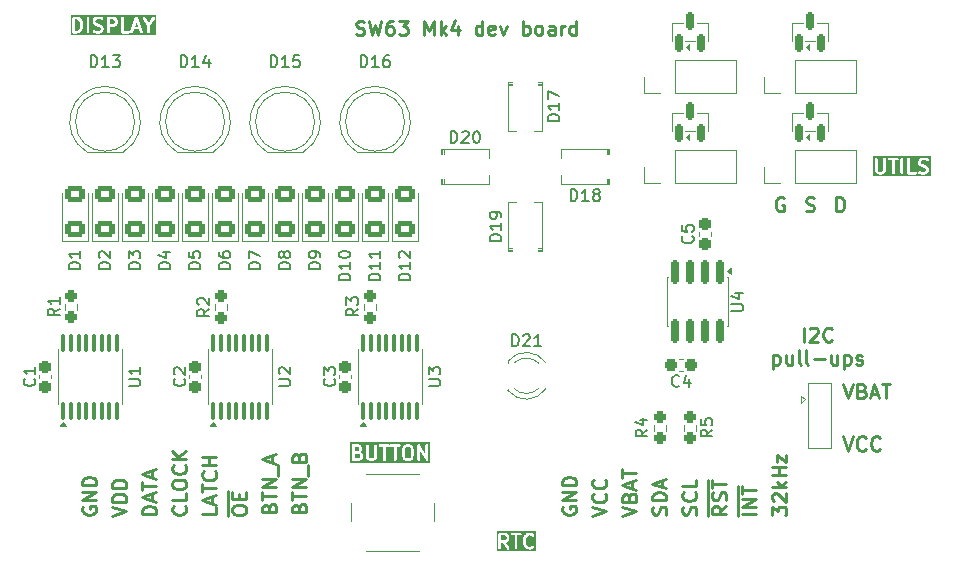
<source format=gbr>
%TF.GenerationSoftware,KiCad,Pcbnew,9.0.5*%
%TF.CreationDate,2025-10-12T13:48:01+02:00*%
%TF.ProjectId,sw63_mk4_displaytestboard,73773633-5f6d-46b3-945f-646973706c61,rev?*%
%TF.SameCoordinates,Original*%
%TF.FileFunction,Legend,Top*%
%TF.FilePolarity,Positive*%
%FSLAX46Y46*%
G04 Gerber Fmt 4.6, Leading zero omitted, Abs format (unit mm)*
G04 Created by KiCad (PCBNEW 9.0.5) date 2025-10-12 13:48:01*
%MOMM*%
%LPD*%
G01*
G04 APERTURE LIST*
G04 Aperture macros list*
%AMRoundRect*
0 Rectangle with rounded corners*
0 $1 Rounding radius*
0 $2 $3 $4 $5 $6 $7 $8 $9 X,Y pos of 4 corners*
0 Add a 4 corners polygon primitive as box body*
4,1,4,$2,$3,$4,$5,$6,$7,$8,$9,$2,$3,0*
0 Add four circle primitives for the rounded corners*
1,1,$1+$1,$2,$3*
1,1,$1+$1,$4,$5*
1,1,$1+$1,$6,$7*
1,1,$1+$1,$8,$9*
0 Add four rect primitives between the rounded corners*
20,1,$1+$1,$2,$3,$4,$5,0*
20,1,$1+$1,$4,$5,$6,$7,0*
20,1,$1+$1,$6,$7,$8,$9,0*
20,1,$1+$1,$8,$9,$2,$3,0*%
%AMFreePoly0*
4,1,6,1.000000,0.000000,0.500000,-0.750000,-0.500000,-0.750000,-0.500000,0.750000,0.500000,0.750000,1.000000,0.000000,1.000000,0.000000,$1*%
G04 Aperture macros list end*
%ADD10C,0.240000*%
%ADD11C,0.150000*%
%ADD12C,0.120000*%
%ADD13C,2.000000*%
%ADD14R,1.700000X1.700000*%
%ADD15C,1.700000*%
%ADD16C,3.200000*%
%ADD17RoundRect,0.237500X0.237500X-0.250000X0.237500X0.250000X-0.237500X0.250000X-0.237500X-0.250000X0*%
%ADD18FreePoly0,270.000000*%
%ADD19FreePoly0,90.000000*%
%ADD20RoundRect,0.250001X0.624999X-0.462499X0.624999X0.462499X-0.624999X0.462499X-0.624999X-0.462499X0*%
%ADD21R,1.800000X1.800000*%
%ADD22C,1.800000*%
%ADD23RoundRect,0.237500X0.237500X-0.300000X0.237500X0.300000X-0.237500X0.300000X-0.237500X-0.300000X0*%
%ADD24RoundRect,0.237500X-0.237500X0.300000X-0.237500X-0.300000X0.237500X-0.300000X0.237500X0.300000X0*%
%ADD25RoundRect,0.237500X-0.237500X0.250000X-0.237500X-0.250000X0.237500X-0.250000X0.237500X0.250000X0*%
%ADD26RoundRect,0.150000X0.150000X-0.587500X0.150000X0.587500X-0.150000X0.587500X-0.150000X-0.587500X0*%
%ADD27RoundRect,0.100000X0.100000X-0.637500X0.100000X0.637500X-0.100000X0.637500X-0.100000X-0.637500X0*%
%ADD28RoundRect,0.237500X0.300000X0.237500X-0.300000X0.237500X-0.300000X-0.237500X0.300000X-0.237500X0*%
%ADD29RoundRect,0.150000X-0.150000X0.825000X-0.150000X-0.825000X0.150000X-0.825000X0.150000X0.825000X0*%
G04 APERTURE END LIST*
D10*
G36*
X157520333Y-80805995D02*
G01*
X152670809Y-80805995D01*
X152670809Y-79352662D01*
X152804142Y-79352662D01*
X152804142Y-80324091D01*
X152806448Y-80347502D01*
X152808098Y-80351486D01*
X152808404Y-80355786D01*
X152816811Y-80377757D01*
X152873954Y-80492043D01*
X152880297Y-80502119D01*
X152881509Y-80505045D01*
X152884212Y-80508339D01*
X152886486Y-80511951D01*
X152888880Y-80514027D01*
X152896432Y-80523230D01*
X152953575Y-80580373D01*
X152962780Y-80587927D01*
X152964855Y-80590319D01*
X152968462Y-80592589D01*
X152971760Y-80595296D01*
X152974687Y-80596508D01*
X152984763Y-80602851D01*
X153099047Y-80659993D01*
X153121018Y-80668400D01*
X153125317Y-80668705D01*
X153129302Y-80670356D01*
X153152713Y-80672662D01*
X153381285Y-80672662D01*
X153404696Y-80670356D01*
X153408677Y-80668706D01*
X153412980Y-80668401D01*
X153434950Y-80659993D01*
X153549235Y-80602852D01*
X153559312Y-80596507D01*
X153562238Y-80595296D01*
X153565535Y-80592590D01*
X153569143Y-80590319D01*
X153571217Y-80587927D01*
X153580423Y-80580373D01*
X153637566Y-80523230D01*
X153645117Y-80514027D01*
X153647512Y-80511951D01*
X153649785Y-80508339D01*
X153652489Y-80505045D01*
X153653700Y-80502120D01*
X153660044Y-80492043D01*
X153717187Y-80377756D01*
X153725595Y-80355786D01*
X153725900Y-80351483D01*
X153727550Y-80347502D01*
X153729856Y-80324091D01*
X153729856Y-79352662D01*
X153727550Y-79329251D01*
X153892162Y-79329251D01*
X153892162Y-79376073D01*
X153910080Y-79419330D01*
X153943188Y-79452438D01*
X153986445Y-79470356D01*
X154009856Y-79472662D01*
X154232713Y-79472662D01*
X154232713Y-80552662D01*
X154235019Y-80576073D01*
X154252937Y-80619330D01*
X154286045Y-80652438D01*
X154329302Y-80670356D01*
X154376124Y-80670356D01*
X154419381Y-80652438D01*
X154452489Y-80619330D01*
X154470407Y-80576073D01*
X154472713Y-80552662D01*
X154472713Y-79472662D01*
X154695571Y-79472662D01*
X154718982Y-79470356D01*
X154762239Y-79452438D01*
X154795347Y-79419330D01*
X154813265Y-79376073D01*
X154813265Y-79352662D01*
X154975571Y-79352662D01*
X154975571Y-80552662D01*
X154977877Y-80576073D01*
X154995795Y-80619330D01*
X155028903Y-80652438D01*
X155072160Y-80670356D01*
X155118982Y-80670356D01*
X155162239Y-80652438D01*
X155195347Y-80619330D01*
X155213265Y-80576073D01*
X155215571Y-80552662D01*
X155215571Y-79352662D01*
X155547000Y-79352662D01*
X155547000Y-80552662D01*
X155549306Y-80576073D01*
X155567224Y-80619330D01*
X155600332Y-80652438D01*
X155643589Y-80670356D01*
X155667000Y-80672662D01*
X156238428Y-80672662D01*
X156261839Y-80670356D01*
X156305096Y-80652438D01*
X156338204Y-80619330D01*
X156356122Y-80576073D01*
X156356122Y-80529251D01*
X156338204Y-80485994D01*
X156305096Y-80452886D01*
X156261839Y-80434968D01*
X156238428Y-80432662D01*
X155787000Y-80432662D01*
X155787000Y-79581234D01*
X156461286Y-79581234D01*
X156461286Y-79695520D01*
X156463592Y-79718931D01*
X156465242Y-79722915D01*
X156465548Y-79727215D01*
X156473955Y-79749186D01*
X156531098Y-79863471D01*
X156537441Y-79873547D01*
X156538653Y-79876473D01*
X156541356Y-79879767D01*
X156543630Y-79883379D01*
X156546024Y-79885455D01*
X156553576Y-79894658D01*
X156610719Y-79951801D01*
X156619921Y-79959352D01*
X156621998Y-79961747D01*
X156625609Y-79964020D01*
X156628904Y-79966724D01*
X156631828Y-79967935D01*
X156641906Y-79974279D01*
X156756191Y-80031422D01*
X156757904Y-80032077D01*
X156758600Y-80032593D01*
X156768430Y-80036105D01*
X156778162Y-80039829D01*
X156779024Y-80039890D01*
X156780753Y-80040508D01*
X156996545Y-80094456D01*
X157081630Y-80136998D01*
X157111234Y-80166602D01*
X157147000Y-80238133D01*
X157147000Y-80295763D01*
X157111234Y-80367295D01*
X157081632Y-80396896D01*
X157010100Y-80432662D01*
X156772188Y-80432662D01*
X156619233Y-80381678D01*
X156596294Y-80376462D01*
X156549591Y-80379782D01*
X156507712Y-80400722D01*
X156477035Y-80436093D01*
X156462228Y-80480512D01*
X156465548Y-80527215D01*
X156486488Y-80569094D01*
X156521859Y-80599771D01*
X156543339Y-80609362D01*
X156714769Y-80666504D01*
X156726377Y-80669143D01*
X156729304Y-80670356D01*
X156733546Y-80670773D01*
X156737707Y-80671720D01*
X156740869Y-80671495D01*
X156752715Y-80672662D01*
X157038429Y-80672662D01*
X157061840Y-80670356D01*
X157065822Y-80668706D01*
X157070123Y-80668401D01*
X157092094Y-80659994D01*
X157206380Y-80602852D01*
X157216457Y-80596507D01*
X157219384Y-80595296D01*
X157222679Y-80592591D01*
X157226288Y-80590320D01*
X157228363Y-80587926D01*
X157237569Y-80580372D01*
X157294711Y-80523229D01*
X157302262Y-80514026D01*
X157304656Y-80511951D01*
X157306928Y-80508340D01*
X157309634Y-80505044D01*
X157310846Y-80502117D01*
X157317188Y-80492043D01*
X157374331Y-80377756D01*
X157382739Y-80355786D01*
X157383044Y-80351483D01*
X157384694Y-80347502D01*
X157387000Y-80324091D01*
X157387000Y-80209805D01*
X157384694Y-80186394D01*
X157383043Y-80182409D01*
X157382738Y-80178110D01*
X157374331Y-80156139D01*
X157317188Y-80041854D01*
X157310846Y-80031779D01*
X157309634Y-80028853D01*
X157306928Y-80025556D01*
X157304656Y-80021946D01*
X157302262Y-80019870D01*
X157294711Y-80010668D01*
X157237569Y-79953525D01*
X157228364Y-79945970D01*
X157226289Y-79943578D01*
X157222681Y-79941306D01*
X157219384Y-79938601D01*
X157216456Y-79937388D01*
X157206381Y-79931046D01*
X157092095Y-79873903D01*
X157090381Y-79873247D01*
X157089686Y-79872732D01*
X157079849Y-79869217D01*
X157070124Y-79865496D01*
X157069263Y-79865434D01*
X157067534Y-79864817D01*
X156851741Y-79810869D01*
X156766656Y-79768326D01*
X156737050Y-79738720D01*
X156701286Y-79667191D01*
X156701286Y-79609561D01*
X156737050Y-79538032D01*
X156766656Y-79508426D01*
X156838185Y-79472662D01*
X157076098Y-79472662D01*
X157229052Y-79523647D01*
X157251991Y-79528862D01*
X157298695Y-79525543D01*
X157340573Y-79504604D01*
X157371251Y-79469233D01*
X157386057Y-79424814D01*
X157382738Y-79378110D01*
X157361799Y-79336232D01*
X157326428Y-79305554D01*
X157304947Y-79295963D01*
X157133520Y-79238820D01*
X157121907Y-79236179D01*
X157118983Y-79234968D01*
X157114742Y-79234550D01*
X157110581Y-79233604D01*
X157107418Y-79233828D01*
X157095572Y-79232662D01*
X156809857Y-79232662D01*
X156786446Y-79234968D01*
X156782461Y-79236618D01*
X156778162Y-79236924D01*
X156756191Y-79245331D01*
X156641906Y-79302474D01*
X156631828Y-79308817D01*
X156628904Y-79310029D01*
X156625609Y-79312732D01*
X156621998Y-79315006D01*
X156619921Y-79317400D01*
X156610719Y-79324952D01*
X156553576Y-79382095D01*
X156546024Y-79391297D01*
X156543630Y-79393374D01*
X156541356Y-79396985D01*
X156538653Y-79400280D01*
X156537441Y-79403205D01*
X156531098Y-79413282D01*
X156473955Y-79527568D01*
X156465548Y-79549539D01*
X156465242Y-79553838D01*
X156463592Y-79557823D01*
X156461286Y-79581234D01*
X155787000Y-79581234D01*
X155787000Y-79352662D01*
X155784694Y-79329251D01*
X155766776Y-79285994D01*
X155733668Y-79252886D01*
X155690411Y-79234968D01*
X155643589Y-79234968D01*
X155600332Y-79252886D01*
X155567224Y-79285994D01*
X155549306Y-79329251D01*
X155547000Y-79352662D01*
X155215571Y-79352662D01*
X155213265Y-79329251D01*
X155195347Y-79285994D01*
X155162239Y-79252886D01*
X155118982Y-79234968D01*
X155072160Y-79234968D01*
X155028903Y-79252886D01*
X154995795Y-79285994D01*
X154977877Y-79329251D01*
X154975571Y-79352662D01*
X154813265Y-79352662D01*
X154813265Y-79329251D01*
X154795347Y-79285994D01*
X154762239Y-79252886D01*
X154718982Y-79234968D01*
X154695571Y-79232662D01*
X154009856Y-79232662D01*
X153986445Y-79234968D01*
X153943188Y-79252886D01*
X153910080Y-79285994D01*
X153892162Y-79329251D01*
X153727550Y-79329251D01*
X153709632Y-79285994D01*
X153676524Y-79252886D01*
X153633267Y-79234968D01*
X153586445Y-79234968D01*
X153543188Y-79252886D01*
X153510080Y-79285994D01*
X153492162Y-79329251D01*
X153489856Y-79352662D01*
X153489856Y-80295763D01*
X153454091Y-80367293D01*
X153424486Y-80396898D01*
X153352958Y-80432662D01*
X153181041Y-80432662D01*
X153109512Y-80396898D01*
X153079906Y-80367292D01*
X153044142Y-80295763D01*
X153044142Y-79352662D01*
X153041836Y-79329251D01*
X153023918Y-79285994D01*
X152990810Y-79252886D01*
X152947553Y-79234968D01*
X152900731Y-79234968D01*
X152857474Y-79252886D01*
X152824366Y-79285994D01*
X152806448Y-79329251D01*
X152804142Y-79352662D01*
X152670809Y-79352662D01*
X152670809Y-79099329D01*
X157520333Y-79099329D01*
X157520333Y-80805995D01*
G37*
G36*
X109152319Y-104343117D02*
G01*
X109175663Y-104366461D01*
X109211428Y-104437990D01*
X109211428Y-104552763D01*
X109175663Y-104624293D01*
X109146058Y-104653898D01*
X109074530Y-104689662D01*
X108765714Y-104689662D01*
X108765714Y-104301091D01*
X109026240Y-104301091D01*
X109152319Y-104343117D01*
G37*
G36*
X109088915Y-103765426D02*
G01*
X109118519Y-103795030D01*
X109154285Y-103866562D01*
X109154285Y-103924191D01*
X109118519Y-103995722D01*
X109088915Y-104025326D01*
X109017386Y-104061091D01*
X108765714Y-104061091D01*
X108765714Y-103729662D01*
X109017386Y-103729662D01*
X109088915Y-103765426D01*
G37*
G36*
X113431772Y-103765426D02*
G01*
X113508787Y-103842441D01*
X113554286Y-104024435D01*
X113554286Y-104394889D01*
X113508787Y-104576883D01*
X113431773Y-104653898D01*
X113360245Y-104689662D01*
X113188328Y-104689662D01*
X113116799Y-104653898D01*
X113039784Y-104576883D01*
X112994286Y-104394890D01*
X112994286Y-104024434D01*
X113039784Y-103842441D01*
X113116799Y-103765426D01*
X113188328Y-103729662D01*
X113360244Y-103729662D01*
X113431772Y-103765426D01*
G37*
G36*
X115127619Y-105062995D02*
G01*
X108392381Y-105062995D01*
X108392381Y-103609662D01*
X108525714Y-103609662D01*
X108525714Y-104809662D01*
X108528020Y-104833073D01*
X108545938Y-104876330D01*
X108579046Y-104909438D01*
X108622303Y-104927356D01*
X108645714Y-104929662D01*
X109102857Y-104929662D01*
X109126268Y-104927356D01*
X109130249Y-104925706D01*
X109134552Y-104925401D01*
X109156522Y-104916993D01*
X109270807Y-104859852D01*
X109280884Y-104853507D01*
X109283810Y-104852296D01*
X109287107Y-104849590D01*
X109290715Y-104847319D01*
X109292789Y-104844927D01*
X109301995Y-104837373D01*
X109359138Y-104780230D01*
X109366689Y-104771027D01*
X109369084Y-104768951D01*
X109371357Y-104765339D01*
X109374061Y-104762045D01*
X109375272Y-104759120D01*
X109381616Y-104749043D01*
X109438759Y-104634756D01*
X109447167Y-104612786D01*
X109447472Y-104608483D01*
X109449122Y-104604502D01*
X109451428Y-104581091D01*
X109451428Y-104409662D01*
X109449122Y-104386251D01*
X109447471Y-104382266D01*
X109447166Y-104377967D01*
X109438759Y-104355996D01*
X109381616Y-104241711D01*
X109375272Y-104231633D01*
X109374061Y-104228709D01*
X109371357Y-104225414D01*
X109369084Y-104221803D01*
X109366689Y-104219726D01*
X109359138Y-104210524D01*
X109301995Y-104153381D01*
X109301048Y-104152604D01*
X109301996Y-104151657D01*
X109309547Y-104142454D01*
X109311941Y-104140379D01*
X109314213Y-104136768D01*
X109316919Y-104133472D01*
X109318131Y-104130545D01*
X109324473Y-104120471D01*
X109381616Y-104006186D01*
X109390023Y-103984215D01*
X109390328Y-103979915D01*
X109391979Y-103975931D01*
X109394285Y-103952520D01*
X109394285Y-103838234D01*
X109391979Y-103814823D01*
X109390329Y-103810841D01*
X109390024Y-103806539D01*
X109381616Y-103784569D01*
X109324473Y-103670282D01*
X109318131Y-103660207D01*
X109316919Y-103657281D01*
X109314213Y-103653984D01*
X109311941Y-103650374D01*
X109309547Y-103648298D01*
X109301996Y-103639096D01*
X109272563Y-103609662D01*
X109725714Y-103609662D01*
X109725714Y-104581091D01*
X109728020Y-104604502D01*
X109729670Y-104608486D01*
X109729976Y-104612786D01*
X109738383Y-104634757D01*
X109795526Y-104749043D01*
X109801869Y-104759119D01*
X109803081Y-104762045D01*
X109805784Y-104765339D01*
X109808058Y-104768951D01*
X109810452Y-104771027D01*
X109818004Y-104780230D01*
X109875147Y-104837373D01*
X109884352Y-104844927D01*
X109886427Y-104847319D01*
X109890034Y-104849589D01*
X109893332Y-104852296D01*
X109896259Y-104853508D01*
X109906335Y-104859851D01*
X110020619Y-104916993D01*
X110042590Y-104925400D01*
X110046889Y-104925705D01*
X110050874Y-104927356D01*
X110074285Y-104929662D01*
X110302857Y-104929662D01*
X110326268Y-104927356D01*
X110330249Y-104925706D01*
X110334552Y-104925401D01*
X110356522Y-104916993D01*
X110470807Y-104859852D01*
X110480884Y-104853507D01*
X110483810Y-104852296D01*
X110487107Y-104849590D01*
X110490715Y-104847319D01*
X110492789Y-104844927D01*
X110501995Y-104837373D01*
X110559138Y-104780230D01*
X110566689Y-104771027D01*
X110569084Y-104768951D01*
X110571357Y-104765339D01*
X110574061Y-104762045D01*
X110575272Y-104759120D01*
X110581616Y-104749043D01*
X110638759Y-104634756D01*
X110647167Y-104612786D01*
X110647472Y-104608483D01*
X110649122Y-104604502D01*
X110651428Y-104581091D01*
X110651428Y-103609662D01*
X110649122Y-103586251D01*
X110813734Y-103586251D01*
X110813734Y-103633073D01*
X110831652Y-103676330D01*
X110864760Y-103709438D01*
X110908017Y-103727356D01*
X110931428Y-103729662D01*
X111154285Y-103729662D01*
X111154285Y-104809662D01*
X111156591Y-104833073D01*
X111174509Y-104876330D01*
X111207617Y-104909438D01*
X111250874Y-104927356D01*
X111297696Y-104927356D01*
X111340953Y-104909438D01*
X111374061Y-104876330D01*
X111391979Y-104833073D01*
X111394285Y-104809662D01*
X111394285Y-103729662D01*
X111617143Y-103729662D01*
X111640554Y-103727356D01*
X111683811Y-103709438D01*
X111716919Y-103676330D01*
X111731428Y-103641301D01*
X111745938Y-103676330D01*
X111779046Y-103709438D01*
X111822303Y-103727356D01*
X111845714Y-103729662D01*
X112068571Y-103729662D01*
X112068571Y-104809662D01*
X112070877Y-104833073D01*
X112088795Y-104876330D01*
X112121903Y-104909438D01*
X112165160Y-104927356D01*
X112211982Y-104927356D01*
X112255239Y-104909438D01*
X112288347Y-104876330D01*
X112306265Y-104833073D01*
X112308571Y-104809662D01*
X112308571Y-104009662D01*
X112754286Y-104009662D01*
X112754286Y-104409662D01*
X112754688Y-104413746D01*
X112754428Y-104415495D01*
X112755723Y-104424257D01*
X112756592Y-104433073D01*
X112757268Y-104434706D01*
X112757869Y-104438766D01*
X112815012Y-104667339D01*
X112822927Y-104689491D01*
X112828239Y-104696660D01*
X112831653Y-104704902D01*
X112846576Y-104723087D01*
X112960862Y-104837373D01*
X112970067Y-104844927D01*
X112972142Y-104847319D01*
X112975749Y-104849589D01*
X112979047Y-104852296D01*
X112981975Y-104853508D01*
X112992050Y-104859851D01*
X113106334Y-104916993D01*
X113128305Y-104925400D01*
X113132604Y-104925705D01*
X113136589Y-104927356D01*
X113160000Y-104929662D01*
X113388572Y-104929662D01*
X113411983Y-104927356D01*
X113415964Y-104925706D01*
X113420267Y-104925401D01*
X113442237Y-104916993D01*
X113556522Y-104859852D01*
X113566599Y-104853507D01*
X113569525Y-104852296D01*
X113572822Y-104849590D01*
X113576430Y-104847319D01*
X113578504Y-104844927D01*
X113587710Y-104837373D01*
X113701996Y-104723087D01*
X113716919Y-104704902D01*
X113720332Y-104696660D01*
X113725645Y-104689491D01*
X113733560Y-104667338D01*
X113790703Y-104438766D01*
X113791303Y-104434706D01*
X113791980Y-104433073D01*
X113792848Y-104424257D01*
X113794144Y-104415495D01*
X113793883Y-104413746D01*
X113794286Y-104409662D01*
X113794286Y-104009662D01*
X113793883Y-104005577D01*
X113794144Y-104003829D01*
X113792848Y-103995066D01*
X113791980Y-103986251D01*
X113791303Y-103984617D01*
X113790703Y-103980558D01*
X113733560Y-103751987D01*
X113725645Y-103729834D01*
X113720332Y-103722664D01*
X113716919Y-103714423D01*
X113701996Y-103696238D01*
X113615420Y-103609662D01*
X114068572Y-103609662D01*
X114068572Y-104809662D01*
X114070878Y-104833073D01*
X114088796Y-104876330D01*
X114121904Y-104909438D01*
X114165161Y-104927356D01*
X114211983Y-104927356D01*
X114255240Y-104909438D01*
X114288348Y-104876330D01*
X114306266Y-104833073D01*
X114308572Y-104809662D01*
X114308572Y-104061529D01*
X114770097Y-104869198D01*
X114773599Y-104874132D01*
X114774510Y-104876330D01*
X114776748Y-104878568D01*
X114783714Y-104888381D01*
X114796334Y-104898154D01*
X114807618Y-104909438D01*
X114814684Y-104912365D01*
X114820733Y-104917049D01*
X114836127Y-104921247D01*
X114850875Y-104927356D01*
X114858527Y-104927356D01*
X114865905Y-104929368D01*
X114881733Y-104927356D01*
X114897697Y-104927356D01*
X114904764Y-104924428D01*
X114912352Y-104923464D01*
X114926209Y-104915545D01*
X114940954Y-104909438D01*
X114946362Y-104904029D01*
X114953005Y-104900234D01*
X114962778Y-104887613D01*
X114974062Y-104876330D01*
X114976989Y-104869263D01*
X114981673Y-104863215D01*
X114985871Y-104847820D01*
X114991980Y-104833073D01*
X114993159Y-104821094D01*
X114993992Y-104818043D01*
X114993692Y-104815687D01*
X114994286Y-104809662D01*
X114994286Y-103609662D01*
X114991980Y-103586251D01*
X114974062Y-103542994D01*
X114940954Y-103509886D01*
X114897697Y-103491968D01*
X114850875Y-103491968D01*
X114807618Y-103509886D01*
X114774510Y-103542994D01*
X114756592Y-103586251D01*
X114754286Y-103609662D01*
X114754286Y-104357794D01*
X114292761Y-103550125D01*
X114289257Y-103545189D01*
X114288348Y-103542994D01*
X114286110Y-103540756D01*
X114279144Y-103530943D01*
X114266523Y-103521169D01*
X114255240Y-103509886D01*
X114248173Y-103506958D01*
X114242125Y-103502275D01*
X114226730Y-103498076D01*
X114211983Y-103491968D01*
X114204331Y-103491968D01*
X114196953Y-103489956D01*
X114181125Y-103491968D01*
X114165161Y-103491968D01*
X114158093Y-103494895D01*
X114150506Y-103495860D01*
X114136648Y-103503778D01*
X114121904Y-103509886D01*
X114116495Y-103515294D01*
X114109853Y-103519090D01*
X114100079Y-103531710D01*
X114088796Y-103542994D01*
X114085868Y-103550060D01*
X114081185Y-103556109D01*
X114076986Y-103571503D01*
X114070878Y-103586251D01*
X114069698Y-103598229D01*
X114068866Y-103601281D01*
X114069165Y-103603636D01*
X114068572Y-103609662D01*
X113615420Y-103609662D01*
X113587710Y-103581952D01*
X113578507Y-103574400D01*
X113576431Y-103572006D01*
X113572819Y-103569732D01*
X113569525Y-103567029D01*
X113566599Y-103565817D01*
X113556523Y-103559474D01*
X113442238Y-103502331D01*
X113420267Y-103493924D01*
X113415967Y-103493618D01*
X113411983Y-103491968D01*
X113388572Y-103489662D01*
X113160000Y-103489662D01*
X113136589Y-103491968D01*
X113132604Y-103493618D01*
X113128305Y-103493924D01*
X113106334Y-103502331D01*
X112992049Y-103559474D01*
X112981972Y-103565817D01*
X112979047Y-103567029D01*
X112975752Y-103569732D01*
X112972141Y-103572006D01*
X112970064Y-103574400D01*
X112960862Y-103581952D01*
X112846576Y-103696238D01*
X112831653Y-103714423D01*
X112828239Y-103722664D01*
X112822927Y-103729834D01*
X112815012Y-103751986D01*
X112757869Y-103980558D01*
X112757268Y-103984617D01*
X112756592Y-103986251D01*
X112755723Y-103995066D01*
X112754428Y-104003829D01*
X112754688Y-104005577D01*
X112754286Y-104009662D01*
X112308571Y-104009662D01*
X112308571Y-103729662D01*
X112531429Y-103729662D01*
X112554840Y-103727356D01*
X112598097Y-103709438D01*
X112631205Y-103676330D01*
X112649123Y-103633073D01*
X112649123Y-103586251D01*
X112631205Y-103542994D01*
X112598097Y-103509886D01*
X112554840Y-103491968D01*
X112531429Y-103489662D01*
X111845714Y-103489662D01*
X111822303Y-103491968D01*
X111779046Y-103509886D01*
X111745938Y-103542994D01*
X111731428Y-103578022D01*
X111716919Y-103542994D01*
X111683811Y-103509886D01*
X111640554Y-103491968D01*
X111617143Y-103489662D01*
X110931428Y-103489662D01*
X110908017Y-103491968D01*
X110864760Y-103509886D01*
X110831652Y-103542994D01*
X110813734Y-103586251D01*
X110649122Y-103586251D01*
X110631204Y-103542994D01*
X110598096Y-103509886D01*
X110554839Y-103491968D01*
X110508017Y-103491968D01*
X110464760Y-103509886D01*
X110431652Y-103542994D01*
X110413734Y-103586251D01*
X110411428Y-103609662D01*
X110411428Y-104552763D01*
X110375663Y-104624293D01*
X110346058Y-104653898D01*
X110274530Y-104689662D01*
X110102613Y-104689662D01*
X110031084Y-104653898D01*
X110001478Y-104624292D01*
X109965714Y-104552763D01*
X109965714Y-103609662D01*
X109963408Y-103586251D01*
X109945490Y-103542994D01*
X109912382Y-103509886D01*
X109869125Y-103491968D01*
X109822303Y-103491968D01*
X109779046Y-103509886D01*
X109745938Y-103542994D01*
X109728020Y-103586251D01*
X109725714Y-103609662D01*
X109272563Y-103609662D01*
X109244854Y-103581953D01*
X109235649Y-103574398D01*
X109233574Y-103572006D01*
X109229966Y-103569734D01*
X109226669Y-103567029D01*
X109223741Y-103565816D01*
X109213666Y-103559474D01*
X109099380Y-103502331D01*
X109077409Y-103493924D01*
X109073109Y-103493618D01*
X109069125Y-103491968D01*
X109045714Y-103489662D01*
X108645714Y-103489662D01*
X108622303Y-103491968D01*
X108579046Y-103509886D01*
X108545938Y-103542994D01*
X108528020Y-103586251D01*
X108525714Y-103609662D01*
X108392381Y-103609662D01*
X108392381Y-103356329D01*
X115127619Y-103356329D01*
X115127619Y-105062995D01*
G37*
X104054091Y-108884391D02*
X104111234Y-108712963D01*
X104111234Y-108712963D02*
X104168377Y-108655820D01*
X104168377Y-108655820D02*
X104282662Y-108598677D01*
X104282662Y-108598677D02*
X104454091Y-108598677D01*
X104454091Y-108598677D02*
X104568377Y-108655820D01*
X104568377Y-108655820D02*
X104625520Y-108712963D01*
X104625520Y-108712963D02*
X104682662Y-108827248D01*
X104682662Y-108827248D02*
X104682662Y-109284391D01*
X104682662Y-109284391D02*
X103482662Y-109284391D01*
X103482662Y-109284391D02*
X103482662Y-108884391D01*
X103482662Y-108884391D02*
X103539805Y-108770106D01*
X103539805Y-108770106D02*
X103596948Y-108712963D01*
X103596948Y-108712963D02*
X103711234Y-108655820D01*
X103711234Y-108655820D02*
X103825520Y-108655820D01*
X103825520Y-108655820D02*
X103939805Y-108712963D01*
X103939805Y-108712963D02*
X103996948Y-108770106D01*
X103996948Y-108770106D02*
X104054091Y-108884391D01*
X104054091Y-108884391D02*
X104054091Y-109284391D01*
X103482662Y-108255820D02*
X103482662Y-107570106D01*
X104682662Y-107912963D02*
X103482662Y-107912963D01*
X104682662Y-107170105D02*
X103482662Y-107170105D01*
X103482662Y-107170105D02*
X104682662Y-106484391D01*
X104682662Y-106484391D02*
X103482662Y-106484391D01*
X104796948Y-106198677D02*
X104796948Y-105284391D01*
X104054091Y-104598676D02*
X104111234Y-104427248D01*
X104111234Y-104427248D02*
X104168377Y-104370105D01*
X104168377Y-104370105D02*
X104282662Y-104312962D01*
X104282662Y-104312962D02*
X104454091Y-104312962D01*
X104454091Y-104312962D02*
X104568377Y-104370105D01*
X104568377Y-104370105D02*
X104625520Y-104427248D01*
X104625520Y-104427248D02*
X104682662Y-104541533D01*
X104682662Y-104541533D02*
X104682662Y-104998676D01*
X104682662Y-104998676D02*
X103482662Y-104998676D01*
X103482662Y-104998676D02*
X103482662Y-104598676D01*
X103482662Y-104598676D02*
X103539805Y-104484391D01*
X103539805Y-104484391D02*
X103596948Y-104427248D01*
X103596948Y-104427248D02*
X103711234Y-104370105D01*
X103711234Y-104370105D02*
X103825520Y-104370105D01*
X103825520Y-104370105D02*
X103939805Y-104427248D01*
X103939805Y-104427248D02*
X103996948Y-104484391D01*
X103996948Y-104484391D02*
X104054091Y-104598676D01*
X104054091Y-104598676D02*
X104054091Y-104998676D01*
X101514091Y-108884391D02*
X101571234Y-108712963D01*
X101571234Y-108712963D02*
X101628377Y-108655820D01*
X101628377Y-108655820D02*
X101742662Y-108598677D01*
X101742662Y-108598677D02*
X101914091Y-108598677D01*
X101914091Y-108598677D02*
X102028377Y-108655820D01*
X102028377Y-108655820D02*
X102085520Y-108712963D01*
X102085520Y-108712963D02*
X102142662Y-108827248D01*
X102142662Y-108827248D02*
X102142662Y-109284391D01*
X102142662Y-109284391D02*
X100942662Y-109284391D01*
X100942662Y-109284391D02*
X100942662Y-108884391D01*
X100942662Y-108884391D02*
X100999805Y-108770106D01*
X100999805Y-108770106D02*
X101056948Y-108712963D01*
X101056948Y-108712963D02*
X101171234Y-108655820D01*
X101171234Y-108655820D02*
X101285520Y-108655820D01*
X101285520Y-108655820D02*
X101399805Y-108712963D01*
X101399805Y-108712963D02*
X101456948Y-108770106D01*
X101456948Y-108770106D02*
X101514091Y-108884391D01*
X101514091Y-108884391D02*
X101514091Y-109284391D01*
X100942662Y-108255820D02*
X100942662Y-107570106D01*
X102142662Y-107912963D02*
X100942662Y-107912963D01*
X102142662Y-107170105D02*
X100942662Y-107170105D01*
X100942662Y-107170105D02*
X102142662Y-106484391D01*
X102142662Y-106484391D02*
X100942662Y-106484391D01*
X102256948Y-106198677D02*
X102256948Y-105284391D01*
X101799805Y-105055819D02*
X101799805Y-104484391D01*
X102142662Y-105170105D02*
X100942662Y-104770105D01*
X100942662Y-104770105D02*
X102142662Y-104370105D01*
G36*
X121556914Y-111258426D02*
G01*
X121586520Y-111288032D01*
X121622285Y-111359562D01*
X121622285Y-111474334D01*
X121586520Y-111545864D01*
X121556914Y-111575469D01*
X121485386Y-111611234D01*
X121176571Y-111611234D01*
X121176571Y-111222662D01*
X121485386Y-111222662D01*
X121556914Y-111258426D01*
G37*
G36*
X124107597Y-112555995D02*
G01*
X120803238Y-112555995D01*
X120803238Y-111102662D01*
X120936571Y-111102662D01*
X120936571Y-112302662D01*
X120938877Y-112326073D01*
X120956795Y-112369330D01*
X120989903Y-112402438D01*
X121033160Y-112420356D01*
X121079982Y-112420356D01*
X121123239Y-112402438D01*
X121156347Y-112369330D01*
X121174265Y-112326073D01*
X121176571Y-112302662D01*
X121176571Y-111851234D01*
X121279806Y-111851234D01*
X121643977Y-112371478D01*
X121659292Y-112389334D01*
X121698777Y-112414496D01*
X121744886Y-112422633D01*
X121790599Y-112412506D01*
X121828957Y-112385655D01*
X121854119Y-112346170D01*
X121862256Y-112300061D01*
X121852129Y-112254348D01*
X121840593Y-112233846D01*
X121564632Y-111839616D01*
X121567380Y-111838565D01*
X121681665Y-111781422D01*
X121691741Y-111775078D01*
X121694667Y-111773867D01*
X121697961Y-111771163D01*
X121701573Y-111768890D01*
X121703649Y-111766495D01*
X121712852Y-111758944D01*
X121769995Y-111701801D01*
X121777546Y-111692598D01*
X121779941Y-111690522D01*
X121782214Y-111686910D01*
X121784918Y-111683616D01*
X121786129Y-111680691D01*
X121792473Y-111670614D01*
X121849616Y-111556327D01*
X121858024Y-111534357D01*
X121858329Y-111530054D01*
X121859979Y-111526073D01*
X121862285Y-111502662D01*
X121862285Y-111331234D01*
X121859979Y-111307823D01*
X121858329Y-111303841D01*
X121858024Y-111299539D01*
X121849616Y-111277569D01*
X121792473Y-111163282D01*
X121786129Y-111153204D01*
X121784918Y-111150280D01*
X121782214Y-111146985D01*
X121779941Y-111143374D01*
X121777546Y-111141297D01*
X121769995Y-111132095D01*
X121717151Y-111079251D01*
X121967448Y-111079251D01*
X121967448Y-111126073D01*
X121985366Y-111169330D01*
X122018474Y-111202438D01*
X122061731Y-111220356D01*
X122085142Y-111222662D01*
X122307999Y-111222662D01*
X122307999Y-112302662D01*
X122310305Y-112326073D01*
X122328223Y-112369330D01*
X122361331Y-112402438D01*
X122404588Y-112420356D01*
X122451410Y-112420356D01*
X122494667Y-112402438D01*
X122527775Y-112369330D01*
X122545693Y-112326073D01*
X122547999Y-112302662D01*
X122547999Y-111616948D01*
X122993714Y-111616948D01*
X122993714Y-111788377D01*
X122994116Y-111792461D01*
X122993856Y-111794210D01*
X122995151Y-111802972D01*
X122996020Y-111811788D01*
X122996696Y-111813421D01*
X122997297Y-111817481D01*
X123054440Y-112046053D01*
X123055057Y-112047782D01*
X123055119Y-112048643D01*
X123058840Y-112058368D01*
X123062355Y-112068205D01*
X123062870Y-112068900D01*
X123063526Y-112070614D01*
X123120669Y-112184900D01*
X123127009Y-112194972D01*
X123128223Y-112197902D01*
X123130929Y-112201200D01*
X123133201Y-112204808D01*
X123135594Y-112206883D01*
X123143147Y-112216086D01*
X123257432Y-112330372D01*
X123275616Y-112345296D01*
X123279601Y-112346947D01*
X123282858Y-112349771D01*
X123304338Y-112359362D01*
X123475768Y-112416504D01*
X123487376Y-112419143D01*
X123490303Y-112420356D01*
X123494545Y-112420773D01*
X123498706Y-112421720D01*
X123501868Y-112421495D01*
X123513714Y-112422662D01*
X123628000Y-112422662D01*
X123639845Y-112421495D01*
X123643008Y-112421720D01*
X123647169Y-112420773D01*
X123651411Y-112420356D01*
X123654337Y-112419143D01*
X123665947Y-112416504D01*
X123837375Y-112359362D01*
X123858856Y-112349771D01*
X123862113Y-112346945D01*
X123866096Y-112345296D01*
X123884281Y-112330373D01*
X123941424Y-112273230D01*
X123956347Y-112255045D01*
X123974264Y-112211788D01*
X123974264Y-112164966D01*
X123956347Y-112121709D01*
X123923239Y-112088601D01*
X123879982Y-112070684D01*
X123833160Y-112070684D01*
X123789903Y-112088601D01*
X123771718Y-112103524D01*
X123734605Y-112140636D01*
X123608527Y-112182662D01*
X123533187Y-112182662D01*
X123407107Y-112140636D01*
X123326622Y-112060151D01*
X123284079Y-111975064D01*
X123233714Y-111773604D01*
X123233714Y-111631720D01*
X123284079Y-111430260D01*
X123326622Y-111345173D01*
X123407107Y-111264688D01*
X123533187Y-111222662D01*
X123608526Y-111222662D01*
X123734605Y-111264688D01*
X123771718Y-111301801D01*
X123789903Y-111316724D01*
X123833160Y-111334641D01*
X123879982Y-111334641D01*
X123923239Y-111316724D01*
X123956347Y-111283616D01*
X123974264Y-111240359D01*
X123974264Y-111193537D01*
X123956347Y-111150280D01*
X123941424Y-111132095D01*
X123884281Y-111074952D01*
X123866096Y-111060029D01*
X123862113Y-111058379D01*
X123858856Y-111055554D01*
X123837375Y-111045963D01*
X123665948Y-110988820D01*
X123654335Y-110986179D01*
X123651411Y-110984968D01*
X123647170Y-110984550D01*
X123643009Y-110983604D01*
X123639846Y-110983828D01*
X123628000Y-110982662D01*
X123513714Y-110982662D01*
X123501867Y-110983828D01*
X123498705Y-110983604D01*
X123494543Y-110984550D01*
X123490303Y-110984968D01*
X123487377Y-110986179D01*
X123475767Y-110988820D01*
X123304338Y-111045963D01*
X123282857Y-111055554D01*
X123279599Y-111058378D01*
X123275616Y-111060029D01*
X123257432Y-111074953D01*
X123143147Y-111189239D01*
X123135594Y-111198441D01*
X123133201Y-111200517D01*
X123130929Y-111204124D01*
X123128223Y-111207423D01*
X123127009Y-111210352D01*
X123120669Y-111220425D01*
X123063526Y-111334711D01*
X123062870Y-111336424D01*
X123062355Y-111337120D01*
X123058840Y-111346956D01*
X123055119Y-111356682D01*
X123055057Y-111357542D01*
X123054440Y-111359272D01*
X122997297Y-111587844D01*
X122996696Y-111591903D01*
X122996020Y-111593537D01*
X122995151Y-111602352D01*
X122993856Y-111611115D01*
X122994116Y-111612863D01*
X122993714Y-111616948D01*
X122547999Y-111616948D01*
X122547999Y-111222662D01*
X122770857Y-111222662D01*
X122794268Y-111220356D01*
X122837525Y-111202438D01*
X122870633Y-111169330D01*
X122888551Y-111126073D01*
X122888551Y-111079251D01*
X122870633Y-111035994D01*
X122837525Y-111002886D01*
X122794268Y-110984968D01*
X122770857Y-110982662D01*
X122085142Y-110982662D01*
X122061731Y-110984968D01*
X122018474Y-111002886D01*
X121985366Y-111035994D01*
X121967448Y-111079251D01*
X121717151Y-111079251D01*
X121712852Y-111074952D01*
X121703649Y-111067400D01*
X121701573Y-111065006D01*
X121697961Y-111062732D01*
X121694667Y-111060029D01*
X121691741Y-111058817D01*
X121681665Y-111052474D01*
X121567380Y-110995331D01*
X121545409Y-110986924D01*
X121541109Y-110986618D01*
X121537125Y-110984968D01*
X121513714Y-110982662D01*
X121056571Y-110982662D01*
X121033160Y-110984968D01*
X120989903Y-111002886D01*
X120956795Y-111035994D01*
X120938877Y-111079251D01*
X120936571Y-111102662D01*
X120803238Y-111102662D01*
X120803238Y-110849329D01*
X124107597Y-110849329D01*
X124107597Y-112555995D01*
G37*
G36*
X85371607Y-67576688D02*
G01*
X85452090Y-67657172D01*
X85494635Y-67742261D01*
X85545000Y-67943721D01*
X85545000Y-68085604D01*
X85494635Y-68287064D01*
X85452090Y-68372152D01*
X85371607Y-68452636D01*
X85245527Y-68494662D01*
X85099286Y-68494662D01*
X85099286Y-67534662D01*
X85245527Y-67534662D01*
X85371607Y-67576688D01*
G37*
G36*
X90412795Y-68151805D02*
G01*
X90174349Y-68151805D01*
X90293572Y-67794135D01*
X90412795Y-68151805D01*
G37*
G36*
X88393915Y-67570426D02*
G01*
X88423521Y-67600032D01*
X88459286Y-67671562D01*
X88459286Y-67786334D01*
X88423521Y-67857864D01*
X88393915Y-67887469D01*
X88322387Y-67923234D01*
X88013572Y-67923234D01*
X88013572Y-67534662D01*
X88322387Y-67534662D01*
X88393915Y-67570426D01*
G37*
G36*
X91975445Y-68867995D02*
G01*
X84725953Y-68867995D01*
X84725953Y-67414662D01*
X84859286Y-67414662D01*
X84859286Y-68614662D01*
X84861592Y-68638073D01*
X84879510Y-68681330D01*
X84912618Y-68714438D01*
X84955875Y-68732356D01*
X84979286Y-68734662D01*
X85265000Y-68734662D01*
X85276845Y-68733495D01*
X85280008Y-68733720D01*
X85284169Y-68732773D01*
X85288411Y-68732356D01*
X85291337Y-68731143D01*
X85302947Y-68728504D01*
X85474376Y-68671362D01*
X85495856Y-68661771D01*
X85499112Y-68658946D01*
X85503098Y-68657296D01*
X85521282Y-68642372D01*
X85635567Y-68528087D01*
X85643120Y-68518882D01*
X85645513Y-68516808D01*
X85647783Y-68513200D01*
X85650491Y-68509902D01*
X85651704Y-68506972D01*
X85658045Y-68496900D01*
X85715188Y-68382613D01*
X85715843Y-68380901D01*
X85716359Y-68380205D01*
X85719865Y-68370390D01*
X85723596Y-68360643D01*
X85723657Y-68359777D01*
X85724274Y-68358052D01*
X85781417Y-68129481D01*
X85782017Y-68125421D01*
X85782694Y-68123788D01*
X85783562Y-68114972D01*
X85784858Y-68106210D01*
X85784597Y-68104461D01*
X85785000Y-68100377D01*
X85785000Y-67928948D01*
X85784597Y-67924863D01*
X85784858Y-67923115D01*
X85783562Y-67914352D01*
X85782694Y-67905537D01*
X85782017Y-67903903D01*
X85781417Y-67899844D01*
X85724274Y-67671273D01*
X85723657Y-67669547D01*
X85723596Y-67668682D01*
X85719865Y-67658934D01*
X85716359Y-67649120D01*
X85715843Y-67648423D01*
X85715188Y-67646712D01*
X85658045Y-67532425D01*
X85651704Y-67522352D01*
X85650491Y-67519423D01*
X85647783Y-67516124D01*
X85645513Y-67512517D01*
X85643120Y-67510442D01*
X85635567Y-67501238D01*
X85548991Y-67414662D01*
X86059286Y-67414662D01*
X86059286Y-68614662D01*
X86061592Y-68638073D01*
X86079510Y-68681330D01*
X86112618Y-68714438D01*
X86155875Y-68732356D01*
X86202697Y-68732356D01*
X86245954Y-68714438D01*
X86279062Y-68681330D01*
X86296980Y-68638073D01*
X86299286Y-68614662D01*
X86299286Y-67643234D01*
X86573572Y-67643234D01*
X86573572Y-67757520D01*
X86575878Y-67780931D01*
X86577528Y-67784915D01*
X86577834Y-67789215D01*
X86586241Y-67811186D01*
X86643384Y-67925471D01*
X86649727Y-67935547D01*
X86650939Y-67938473D01*
X86653642Y-67941767D01*
X86655916Y-67945379D01*
X86658310Y-67947455D01*
X86665862Y-67956658D01*
X86723005Y-68013801D01*
X86732207Y-68021352D01*
X86734284Y-68023747D01*
X86737895Y-68026020D01*
X86741190Y-68028724D01*
X86744114Y-68029935D01*
X86754192Y-68036279D01*
X86868477Y-68093422D01*
X86870190Y-68094077D01*
X86870886Y-68094593D01*
X86880716Y-68098105D01*
X86890448Y-68101829D01*
X86891310Y-68101890D01*
X86893039Y-68102508D01*
X87108831Y-68156456D01*
X87193916Y-68198998D01*
X87223520Y-68228602D01*
X87259286Y-68300133D01*
X87259286Y-68357763D01*
X87223520Y-68429295D01*
X87193918Y-68458896D01*
X87122386Y-68494662D01*
X86884474Y-68494662D01*
X86731519Y-68443678D01*
X86708580Y-68438462D01*
X86661877Y-68441782D01*
X86619998Y-68462722D01*
X86589321Y-68498093D01*
X86574514Y-68542512D01*
X86577834Y-68589215D01*
X86598774Y-68631094D01*
X86634145Y-68661771D01*
X86655625Y-68671362D01*
X86827055Y-68728504D01*
X86838663Y-68731143D01*
X86841590Y-68732356D01*
X86845832Y-68732773D01*
X86849993Y-68733720D01*
X86853155Y-68733495D01*
X86865001Y-68734662D01*
X87150715Y-68734662D01*
X87174126Y-68732356D01*
X87178108Y-68730706D01*
X87182409Y-68730401D01*
X87204380Y-68721994D01*
X87318666Y-68664852D01*
X87328743Y-68658507D01*
X87331670Y-68657296D01*
X87334965Y-68654591D01*
X87338574Y-68652320D01*
X87340649Y-68649926D01*
X87349855Y-68642372D01*
X87406997Y-68585229D01*
X87414548Y-68576026D01*
X87416942Y-68573951D01*
X87419214Y-68570340D01*
X87421920Y-68567044D01*
X87423132Y-68564117D01*
X87429474Y-68554043D01*
X87486617Y-68439756D01*
X87495025Y-68417786D01*
X87495330Y-68413483D01*
X87496980Y-68409502D01*
X87499286Y-68386091D01*
X87499286Y-68271805D01*
X87496980Y-68248394D01*
X87495329Y-68244409D01*
X87495024Y-68240110D01*
X87486617Y-68218139D01*
X87429474Y-68103854D01*
X87423132Y-68093779D01*
X87421920Y-68090853D01*
X87419214Y-68087556D01*
X87416942Y-68083946D01*
X87414548Y-68081870D01*
X87406997Y-68072668D01*
X87349855Y-68015525D01*
X87340650Y-68007970D01*
X87338575Y-68005578D01*
X87334967Y-68003306D01*
X87331670Y-68000601D01*
X87328742Y-67999388D01*
X87318667Y-67993046D01*
X87204381Y-67935903D01*
X87202667Y-67935247D01*
X87201972Y-67934732D01*
X87192135Y-67931217D01*
X87182410Y-67927496D01*
X87181549Y-67927434D01*
X87179820Y-67926817D01*
X86964027Y-67872869D01*
X86878942Y-67830326D01*
X86849336Y-67800720D01*
X86813572Y-67729191D01*
X86813572Y-67671561D01*
X86849336Y-67600032D01*
X86878942Y-67570426D01*
X86950471Y-67534662D01*
X87188384Y-67534662D01*
X87341338Y-67585647D01*
X87364277Y-67590862D01*
X87410981Y-67587543D01*
X87452859Y-67566604D01*
X87483537Y-67531233D01*
X87498343Y-67486814D01*
X87495024Y-67440110D01*
X87482300Y-67414662D01*
X87773572Y-67414662D01*
X87773572Y-68614662D01*
X87775878Y-68638073D01*
X87793796Y-68681330D01*
X87826904Y-68714438D01*
X87870161Y-68732356D01*
X87916983Y-68732356D01*
X87960240Y-68714438D01*
X87993348Y-68681330D01*
X88011266Y-68638073D01*
X88013572Y-68614662D01*
X88013572Y-68163234D01*
X88350715Y-68163234D01*
X88374126Y-68160928D01*
X88378110Y-68159277D01*
X88382410Y-68158972D01*
X88404381Y-68150565D01*
X88518666Y-68093422D01*
X88528742Y-68087078D01*
X88531668Y-68085867D01*
X88534962Y-68083163D01*
X88538574Y-68080890D01*
X88540650Y-68078495D01*
X88549853Y-68070944D01*
X88606996Y-68013801D01*
X88614547Y-68004598D01*
X88616942Y-68002522D01*
X88619215Y-67998910D01*
X88621919Y-67995616D01*
X88623130Y-67992691D01*
X88629474Y-67982614D01*
X88686617Y-67868327D01*
X88695025Y-67846357D01*
X88695330Y-67842054D01*
X88696980Y-67838073D01*
X88699286Y-67814662D01*
X88699286Y-67643234D01*
X88696980Y-67619823D01*
X88695330Y-67615841D01*
X88695025Y-67611539D01*
X88686617Y-67589569D01*
X88629474Y-67475282D01*
X88623130Y-67465204D01*
X88621919Y-67462280D01*
X88619215Y-67458985D01*
X88616942Y-67455374D01*
X88614547Y-67453297D01*
X88606996Y-67444095D01*
X88577563Y-67414662D01*
X88973572Y-67414662D01*
X88973572Y-68614662D01*
X88975878Y-68638073D01*
X88993796Y-68681330D01*
X89026904Y-68714438D01*
X89070161Y-68732356D01*
X89093572Y-68734662D01*
X89665000Y-68734662D01*
X89688411Y-68732356D01*
X89731668Y-68714438D01*
X89764776Y-68681330D01*
X89778615Y-68647919D01*
X89798773Y-68688236D01*
X89834144Y-68718913D01*
X89878564Y-68733720D01*
X89925267Y-68730400D01*
X89967146Y-68709461D01*
X89997823Y-68674090D01*
X90007414Y-68652609D01*
X90094349Y-68391805D01*
X90492795Y-68391805D01*
X90579730Y-68652609D01*
X90589321Y-68674090D01*
X90619998Y-68709461D01*
X90661877Y-68730400D01*
X90708580Y-68733719D01*
X90753000Y-68718913D01*
X90788371Y-68688235D01*
X90809310Y-68646357D01*
X90812630Y-68599653D01*
X90807414Y-68576715D01*
X90419170Y-67411984D01*
X90802173Y-67411984D01*
X90810280Y-67458098D01*
X90820904Y-67479087D01*
X91202143Y-68078178D01*
X91202143Y-68614662D01*
X91204449Y-68638073D01*
X91222367Y-68681330D01*
X91255475Y-68714438D01*
X91298732Y-68732356D01*
X91345554Y-68732356D01*
X91388811Y-68714438D01*
X91421919Y-68681330D01*
X91439837Y-68638073D01*
X91442143Y-68614662D01*
X91442143Y-68078177D01*
X91823382Y-67479087D01*
X91834006Y-67458098D01*
X91842112Y-67411984D01*
X91831955Y-67366277D01*
X91805081Y-67327937D01*
X91765579Y-67302799D01*
X91719465Y-67294693D01*
X91673758Y-67304850D01*
X91635418Y-67331724D01*
X91620903Y-67350237D01*
X91322142Y-67819718D01*
X91023382Y-67350237D01*
X91008868Y-67331724D01*
X90970528Y-67304850D01*
X90924821Y-67294692D01*
X90878707Y-67302799D01*
X90839205Y-67327937D01*
X90812331Y-67366277D01*
X90802173Y-67411984D01*
X90419170Y-67411984D01*
X90407414Y-67376715D01*
X90397823Y-67355234D01*
X90392204Y-67348755D01*
X90388371Y-67341089D01*
X90377006Y-67331232D01*
X90367146Y-67319863D01*
X90359476Y-67316028D01*
X90353000Y-67310411D01*
X90338725Y-67305652D01*
X90325267Y-67298924D01*
X90316713Y-67298315D01*
X90308580Y-67295605D01*
X90293576Y-67296671D01*
X90278564Y-67295604D01*
X90270427Y-67298316D01*
X90261877Y-67298924D01*
X90248420Y-67305651D01*
X90234144Y-67310411D01*
X90227666Y-67316028D01*
X90219998Y-67319863D01*
X90210139Y-67331229D01*
X90198773Y-67341088D01*
X90194938Y-67348756D01*
X90189321Y-67355234D01*
X90179730Y-67376715D01*
X89779730Y-68576715D01*
X89778646Y-68581479D01*
X89764776Y-68547994D01*
X89731668Y-68514886D01*
X89688411Y-68496968D01*
X89665000Y-68494662D01*
X89213572Y-68494662D01*
X89213572Y-67414662D01*
X89211266Y-67391251D01*
X89193348Y-67347994D01*
X89160240Y-67314886D01*
X89116983Y-67296968D01*
X89070161Y-67296968D01*
X89026904Y-67314886D01*
X88993796Y-67347994D01*
X88975878Y-67391251D01*
X88973572Y-67414662D01*
X88577563Y-67414662D01*
X88549853Y-67386952D01*
X88540650Y-67379400D01*
X88538574Y-67377006D01*
X88534962Y-67374732D01*
X88531668Y-67372029D01*
X88528742Y-67370817D01*
X88518666Y-67364474D01*
X88404381Y-67307331D01*
X88382410Y-67298924D01*
X88378110Y-67298618D01*
X88374126Y-67296968D01*
X88350715Y-67294662D01*
X87893572Y-67294662D01*
X87870161Y-67296968D01*
X87826904Y-67314886D01*
X87793796Y-67347994D01*
X87775878Y-67391251D01*
X87773572Y-67414662D01*
X87482300Y-67414662D01*
X87474085Y-67398232D01*
X87438714Y-67367554D01*
X87417233Y-67357963D01*
X87245806Y-67300820D01*
X87234193Y-67298179D01*
X87231269Y-67296968D01*
X87227028Y-67296550D01*
X87222867Y-67295604D01*
X87219704Y-67295828D01*
X87207858Y-67294662D01*
X86922143Y-67294662D01*
X86898732Y-67296968D01*
X86894747Y-67298618D01*
X86890448Y-67298924D01*
X86868477Y-67307331D01*
X86754192Y-67364474D01*
X86744114Y-67370817D01*
X86741190Y-67372029D01*
X86737895Y-67374732D01*
X86734284Y-67377006D01*
X86732207Y-67379400D01*
X86723005Y-67386952D01*
X86665862Y-67444095D01*
X86658310Y-67453297D01*
X86655916Y-67455374D01*
X86653642Y-67458985D01*
X86650939Y-67462280D01*
X86649727Y-67465205D01*
X86643384Y-67475282D01*
X86586241Y-67589568D01*
X86577834Y-67611539D01*
X86577528Y-67615838D01*
X86575878Y-67619823D01*
X86573572Y-67643234D01*
X86299286Y-67643234D01*
X86299286Y-67414662D01*
X86296980Y-67391251D01*
X86279062Y-67347994D01*
X86245954Y-67314886D01*
X86202697Y-67296968D01*
X86155875Y-67296968D01*
X86112618Y-67314886D01*
X86079510Y-67347994D01*
X86061592Y-67391251D01*
X86059286Y-67414662D01*
X85548991Y-67414662D01*
X85521282Y-67386953D01*
X85503098Y-67372029D01*
X85499114Y-67370378D01*
X85495857Y-67367554D01*
X85474376Y-67357963D01*
X85302947Y-67300820D01*
X85291337Y-67298180D01*
X85288411Y-67296968D01*
X85284169Y-67296550D01*
X85280008Y-67295604D01*
X85276845Y-67295828D01*
X85265000Y-67294662D01*
X84979286Y-67294662D01*
X84955875Y-67296968D01*
X84912618Y-67314886D01*
X84879510Y-67347994D01*
X84861592Y-67391251D01*
X84859286Y-67414662D01*
X84725953Y-67414662D01*
X84725953Y-67161329D01*
X91975445Y-67161329D01*
X91975445Y-68867995D01*
G37*
X108894143Y-68811520D02*
X109065572Y-68868662D01*
X109065572Y-68868662D02*
X109351286Y-68868662D01*
X109351286Y-68868662D02*
X109465572Y-68811520D01*
X109465572Y-68811520D02*
X109522714Y-68754377D01*
X109522714Y-68754377D02*
X109579857Y-68640091D01*
X109579857Y-68640091D02*
X109579857Y-68525805D01*
X109579857Y-68525805D02*
X109522714Y-68411520D01*
X109522714Y-68411520D02*
X109465572Y-68354377D01*
X109465572Y-68354377D02*
X109351286Y-68297234D01*
X109351286Y-68297234D02*
X109122714Y-68240091D01*
X109122714Y-68240091D02*
X109008429Y-68182948D01*
X109008429Y-68182948D02*
X108951286Y-68125805D01*
X108951286Y-68125805D02*
X108894143Y-68011520D01*
X108894143Y-68011520D02*
X108894143Y-67897234D01*
X108894143Y-67897234D02*
X108951286Y-67782948D01*
X108951286Y-67782948D02*
X109008429Y-67725805D01*
X109008429Y-67725805D02*
X109122714Y-67668662D01*
X109122714Y-67668662D02*
X109408429Y-67668662D01*
X109408429Y-67668662D02*
X109579857Y-67725805D01*
X109979857Y-67668662D02*
X110265571Y-68868662D01*
X110265571Y-68868662D02*
X110494143Y-68011520D01*
X110494143Y-68011520D02*
X110722714Y-68868662D01*
X110722714Y-68868662D02*
X111008429Y-67668662D01*
X111979858Y-67668662D02*
X111751286Y-67668662D01*
X111751286Y-67668662D02*
X111637000Y-67725805D01*
X111637000Y-67725805D02*
X111579858Y-67782948D01*
X111579858Y-67782948D02*
X111465572Y-67954377D01*
X111465572Y-67954377D02*
X111408429Y-68182948D01*
X111408429Y-68182948D02*
X111408429Y-68640091D01*
X111408429Y-68640091D02*
X111465572Y-68754377D01*
X111465572Y-68754377D02*
X111522715Y-68811520D01*
X111522715Y-68811520D02*
X111637000Y-68868662D01*
X111637000Y-68868662D02*
X111865572Y-68868662D01*
X111865572Y-68868662D02*
X111979858Y-68811520D01*
X111979858Y-68811520D02*
X112037000Y-68754377D01*
X112037000Y-68754377D02*
X112094143Y-68640091D01*
X112094143Y-68640091D02*
X112094143Y-68354377D01*
X112094143Y-68354377D02*
X112037000Y-68240091D01*
X112037000Y-68240091D02*
X111979858Y-68182948D01*
X111979858Y-68182948D02*
X111865572Y-68125805D01*
X111865572Y-68125805D02*
X111637000Y-68125805D01*
X111637000Y-68125805D02*
X111522715Y-68182948D01*
X111522715Y-68182948D02*
X111465572Y-68240091D01*
X111465572Y-68240091D02*
X111408429Y-68354377D01*
X112494143Y-67668662D02*
X113237000Y-67668662D01*
X113237000Y-67668662D02*
X112837000Y-68125805D01*
X112837000Y-68125805D02*
X113008429Y-68125805D01*
X113008429Y-68125805D02*
X113122715Y-68182948D01*
X113122715Y-68182948D02*
X113179857Y-68240091D01*
X113179857Y-68240091D02*
X113237000Y-68354377D01*
X113237000Y-68354377D02*
X113237000Y-68640091D01*
X113237000Y-68640091D02*
X113179857Y-68754377D01*
X113179857Y-68754377D02*
X113122715Y-68811520D01*
X113122715Y-68811520D02*
X113008429Y-68868662D01*
X113008429Y-68868662D02*
X112665572Y-68868662D01*
X112665572Y-68868662D02*
X112551286Y-68811520D01*
X112551286Y-68811520D02*
X112494143Y-68754377D01*
X114665572Y-68868662D02*
X114665572Y-67668662D01*
X114665572Y-67668662D02*
X115065572Y-68525805D01*
X115065572Y-68525805D02*
X115465572Y-67668662D01*
X115465572Y-67668662D02*
X115465572Y-68868662D01*
X116037001Y-68868662D02*
X116037001Y-67668662D01*
X116151287Y-68411520D02*
X116494144Y-68868662D01*
X116494144Y-68068662D02*
X116037001Y-68525805D01*
X117522716Y-68068662D02*
X117522716Y-68868662D01*
X117237001Y-67611520D02*
X116951287Y-68468662D01*
X116951287Y-68468662D02*
X117694144Y-68468662D01*
X119579859Y-68868662D02*
X119579859Y-67668662D01*
X119579859Y-68811520D02*
X119465573Y-68868662D01*
X119465573Y-68868662D02*
X119237001Y-68868662D01*
X119237001Y-68868662D02*
X119122716Y-68811520D01*
X119122716Y-68811520D02*
X119065573Y-68754377D01*
X119065573Y-68754377D02*
X119008430Y-68640091D01*
X119008430Y-68640091D02*
X119008430Y-68297234D01*
X119008430Y-68297234D02*
X119065573Y-68182948D01*
X119065573Y-68182948D02*
X119122716Y-68125805D01*
X119122716Y-68125805D02*
X119237001Y-68068662D01*
X119237001Y-68068662D02*
X119465573Y-68068662D01*
X119465573Y-68068662D02*
X119579859Y-68125805D01*
X120608430Y-68811520D02*
X120494144Y-68868662D01*
X120494144Y-68868662D02*
X120265573Y-68868662D01*
X120265573Y-68868662D02*
X120151287Y-68811520D01*
X120151287Y-68811520D02*
X120094144Y-68697234D01*
X120094144Y-68697234D02*
X120094144Y-68240091D01*
X120094144Y-68240091D02*
X120151287Y-68125805D01*
X120151287Y-68125805D02*
X120265573Y-68068662D01*
X120265573Y-68068662D02*
X120494144Y-68068662D01*
X120494144Y-68068662D02*
X120608430Y-68125805D01*
X120608430Y-68125805D02*
X120665573Y-68240091D01*
X120665573Y-68240091D02*
X120665573Y-68354377D01*
X120665573Y-68354377D02*
X120094144Y-68468662D01*
X121065572Y-68068662D02*
X121351286Y-68868662D01*
X121351286Y-68868662D02*
X121637001Y-68068662D01*
X123008430Y-68868662D02*
X123008430Y-67668662D01*
X123008430Y-68125805D02*
X123122716Y-68068662D01*
X123122716Y-68068662D02*
X123351287Y-68068662D01*
X123351287Y-68068662D02*
X123465573Y-68125805D01*
X123465573Y-68125805D02*
X123522716Y-68182948D01*
X123522716Y-68182948D02*
X123579858Y-68297234D01*
X123579858Y-68297234D02*
X123579858Y-68640091D01*
X123579858Y-68640091D02*
X123522716Y-68754377D01*
X123522716Y-68754377D02*
X123465573Y-68811520D01*
X123465573Y-68811520D02*
X123351287Y-68868662D01*
X123351287Y-68868662D02*
X123122716Y-68868662D01*
X123122716Y-68868662D02*
X123008430Y-68811520D01*
X124265572Y-68868662D02*
X124151287Y-68811520D01*
X124151287Y-68811520D02*
X124094144Y-68754377D01*
X124094144Y-68754377D02*
X124037001Y-68640091D01*
X124037001Y-68640091D02*
X124037001Y-68297234D01*
X124037001Y-68297234D02*
X124094144Y-68182948D01*
X124094144Y-68182948D02*
X124151287Y-68125805D01*
X124151287Y-68125805D02*
X124265572Y-68068662D01*
X124265572Y-68068662D02*
X124437001Y-68068662D01*
X124437001Y-68068662D02*
X124551287Y-68125805D01*
X124551287Y-68125805D02*
X124608430Y-68182948D01*
X124608430Y-68182948D02*
X124665572Y-68297234D01*
X124665572Y-68297234D02*
X124665572Y-68640091D01*
X124665572Y-68640091D02*
X124608430Y-68754377D01*
X124608430Y-68754377D02*
X124551287Y-68811520D01*
X124551287Y-68811520D02*
X124437001Y-68868662D01*
X124437001Y-68868662D02*
X124265572Y-68868662D01*
X125694144Y-68868662D02*
X125694144Y-68240091D01*
X125694144Y-68240091D02*
X125637001Y-68125805D01*
X125637001Y-68125805D02*
X125522715Y-68068662D01*
X125522715Y-68068662D02*
X125294144Y-68068662D01*
X125294144Y-68068662D02*
X125179858Y-68125805D01*
X125694144Y-68811520D02*
X125579858Y-68868662D01*
X125579858Y-68868662D02*
X125294144Y-68868662D01*
X125294144Y-68868662D02*
X125179858Y-68811520D01*
X125179858Y-68811520D02*
X125122715Y-68697234D01*
X125122715Y-68697234D02*
X125122715Y-68582948D01*
X125122715Y-68582948D02*
X125179858Y-68468662D01*
X125179858Y-68468662D02*
X125294144Y-68411520D01*
X125294144Y-68411520D02*
X125579858Y-68411520D01*
X125579858Y-68411520D02*
X125694144Y-68354377D01*
X126265572Y-68868662D02*
X126265572Y-68068662D01*
X126265572Y-68297234D02*
X126322715Y-68182948D01*
X126322715Y-68182948D02*
X126379858Y-68125805D01*
X126379858Y-68125805D02*
X126494143Y-68068662D01*
X126494143Y-68068662D02*
X126608429Y-68068662D01*
X127522715Y-68868662D02*
X127522715Y-67668662D01*
X127522715Y-68811520D02*
X127408429Y-68868662D01*
X127408429Y-68868662D02*
X127179857Y-68868662D01*
X127179857Y-68868662D02*
X127065572Y-68811520D01*
X127065572Y-68811520D02*
X127008429Y-68754377D01*
X127008429Y-68754377D02*
X126951286Y-68640091D01*
X126951286Y-68640091D02*
X126951286Y-68297234D01*
X126951286Y-68297234D02*
X127008429Y-68182948D01*
X127008429Y-68182948D02*
X127065572Y-68125805D01*
X127065572Y-68125805D02*
X127179857Y-68068662D01*
X127179857Y-68068662D02*
X127408429Y-68068662D01*
X127408429Y-68068662D02*
X127522715Y-68125805D01*
X85759805Y-108782820D02*
X85702662Y-108897106D01*
X85702662Y-108897106D02*
X85702662Y-109068534D01*
X85702662Y-109068534D02*
X85759805Y-109239963D01*
X85759805Y-109239963D02*
X85874091Y-109354248D01*
X85874091Y-109354248D02*
X85988377Y-109411391D01*
X85988377Y-109411391D02*
X86216948Y-109468534D01*
X86216948Y-109468534D02*
X86388377Y-109468534D01*
X86388377Y-109468534D02*
X86616948Y-109411391D01*
X86616948Y-109411391D02*
X86731234Y-109354248D01*
X86731234Y-109354248D02*
X86845520Y-109239963D01*
X86845520Y-109239963D02*
X86902662Y-109068534D01*
X86902662Y-109068534D02*
X86902662Y-108954248D01*
X86902662Y-108954248D02*
X86845520Y-108782820D01*
X86845520Y-108782820D02*
X86788377Y-108725677D01*
X86788377Y-108725677D02*
X86388377Y-108725677D01*
X86388377Y-108725677D02*
X86388377Y-108954248D01*
X86902662Y-108211391D02*
X85702662Y-108211391D01*
X85702662Y-108211391D02*
X86902662Y-107525677D01*
X86902662Y-107525677D02*
X85702662Y-107525677D01*
X86902662Y-106954248D02*
X85702662Y-106954248D01*
X85702662Y-106954248D02*
X85702662Y-106668534D01*
X85702662Y-106668534D02*
X85759805Y-106497105D01*
X85759805Y-106497105D02*
X85874091Y-106382820D01*
X85874091Y-106382820D02*
X85988377Y-106325677D01*
X85988377Y-106325677D02*
X86216948Y-106268534D01*
X86216948Y-106268534D02*
X86388377Y-106268534D01*
X86388377Y-106268534D02*
X86616948Y-106325677D01*
X86616948Y-106325677D02*
X86731234Y-106382820D01*
X86731234Y-106382820D02*
X86845520Y-106497105D01*
X86845520Y-106497105D02*
X86902662Y-106668534D01*
X86902662Y-106668534D02*
X86902662Y-106954248D01*
X94408377Y-108725677D02*
X94465520Y-108782820D01*
X94465520Y-108782820D02*
X94522662Y-108954248D01*
X94522662Y-108954248D02*
X94522662Y-109068534D01*
X94522662Y-109068534D02*
X94465520Y-109239963D01*
X94465520Y-109239963D02*
X94351234Y-109354248D01*
X94351234Y-109354248D02*
X94236948Y-109411391D01*
X94236948Y-109411391D02*
X94008377Y-109468534D01*
X94008377Y-109468534D02*
X93836948Y-109468534D01*
X93836948Y-109468534D02*
X93608377Y-109411391D01*
X93608377Y-109411391D02*
X93494091Y-109354248D01*
X93494091Y-109354248D02*
X93379805Y-109239963D01*
X93379805Y-109239963D02*
X93322662Y-109068534D01*
X93322662Y-109068534D02*
X93322662Y-108954248D01*
X93322662Y-108954248D02*
X93379805Y-108782820D01*
X93379805Y-108782820D02*
X93436948Y-108725677D01*
X94522662Y-107639963D02*
X94522662Y-108211391D01*
X94522662Y-108211391D02*
X93322662Y-108211391D01*
X93322662Y-107011391D02*
X93322662Y-106782819D01*
X93322662Y-106782819D02*
X93379805Y-106668534D01*
X93379805Y-106668534D02*
X93494091Y-106554248D01*
X93494091Y-106554248D02*
X93722662Y-106497105D01*
X93722662Y-106497105D02*
X94122662Y-106497105D01*
X94122662Y-106497105D02*
X94351234Y-106554248D01*
X94351234Y-106554248D02*
X94465520Y-106668534D01*
X94465520Y-106668534D02*
X94522662Y-106782819D01*
X94522662Y-106782819D02*
X94522662Y-107011391D01*
X94522662Y-107011391D02*
X94465520Y-107125677D01*
X94465520Y-107125677D02*
X94351234Y-107239962D01*
X94351234Y-107239962D02*
X94122662Y-107297105D01*
X94122662Y-107297105D02*
X93722662Y-107297105D01*
X93722662Y-107297105D02*
X93494091Y-107239962D01*
X93494091Y-107239962D02*
X93379805Y-107125677D01*
X93379805Y-107125677D02*
X93322662Y-107011391D01*
X94408377Y-105297105D02*
X94465520Y-105354248D01*
X94465520Y-105354248D02*
X94522662Y-105525676D01*
X94522662Y-105525676D02*
X94522662Y-105639962D01*
X94522662Y-105639962D02*
X94465520Y-105811391D01*
X94465520Y-105811391D02*
X94351234Y-105925676D01*
X94351234Y-105925676D02*
X94236948Y-105982819D01*
X94236948Y-105982819D02*
X94008377Y-106039962D01*
X94008377Y-106039962D02*
X93836948Y-106039962D01*
X93836948Y-106039962D02*
X93608377Y-105982819D01*
X93608377Y-105982819D02*
X93494091Y-105925676D01*
X93494091Y-105925676D02*
X93379805Y-105811391D01*
X93379805Y-105811391D02*
X93322662Y-105639962D01*
X93322662Y-105639962D02*
X93322662Y-105525676D01*
X93322662Y-105525676D02*
X93379805Y-105354248D01*
X93379805Y-105354248D02*
X93436948Y-105297105D01*
X94522662Y-104782819D02*
X93322662Y-104782819D01*
X94522662Y-104097105D02*
X93836948Y-104611391D01*
X93322662Y-104097105D02*
X94008377Y-104782819D01*
X150132179Y-98402662D02*
X150532179Y-99602662D01*
X150532179Y-99602662D02*
X150932179Y-98402662D01*
X151732179Y-98974091D02*
X151903607Y-99031234D01*
X151903607Y-99031234D02*
X151960750Y-99088377D01*
X151960750Y-99088377D02*
X152017893Y-99202662D01*
X152017893Y-99202662D02*
X152017893Y-99374091D01*
X152017893Y-99374091D02*
X151960750Y-99488377D01*
X151960750Y-99488377D02*
X151903607Y-99545520D01*
X151903607Y-99545520D02*
X151789322Y-99602662D01*
X151789322Y-99602662D02*
X151332179Y-99602662D01*
X151332179Y-99602662D02*
X151332179Y-98402662D01*
X151332179Y-98402662D02*
X151732179Y-98402662D01*
X151732179Y-98402662D02*
X151846465Y-98459805D01*
X151846465Y-98459805D02*
X151903607Y-98516948D01*
X151903607Y-98516948D02*
X151960750Y-98631234D01*
X151960750Y-98631234D02*
X151960750Y-98745520D01*
X151960750Y-98745520D02*
X151903607Y-98859805D01*
X151903607Y-98859805D02*
X151846465Y-98916948D01*
X151846465Y-98916948D02*
X151732179Y-98974091D01*
X151732179Y-98974091D02*
X151332179Y-98974091D01*
X152475036Y-99259805D02*
X153046465Y-99259805D01*
X152360750Y-99602662D02*
X152760750Y-98402662D01*
X152760750Y-98402662D02*
X153160750Y-99602662D01*
X153389321Y-98402662D02*
X154075036Y-98402662D01*
X153732178Y-99602662D02*
X153732178Y-98402662D01*
X140242662Y-108725677D02*
X139671234Y-109125677D01*
X140242662Y-109411391D02*
X139042662Y-109411391D01*
X139042662Y-109411391D02*
X139042662Y-108954248D01*
X139042662Y-108954248D02*
X139099805Y-108839963D01*
X139099805Y-108839963D02*
X139156948Y-108782820D01*
X139156948Y-108782820D02*
X139271234Y-108725677D01*
X139271234Y-108725677D02*
X139442662Y-108725677D01*
X139442662Y-108725677D02*
X139556948Y-108782820D01*
X139556948Y-108782820D02*
X139614091Y-108839963D01*
X139614091Y-108839963D02*
X139671234Y-108954248D01*
X139671234Y-108954248D02*
X139671234Y-109411391D01*
X140185520Y-108268534D02*
X140242662Y-108097106D01*
X140242662Y-108097106D02*
X140242662Y-107811391D01*
X140242662Y-107811391D02*
X140185520Y-107697106D01*
X140185520Y-107697106D02*
X140128377Y-107639963D01*
X140128377Y-107639963D02*
X140014091Y-107582820D01*
X140014091Y-107582820D02*
X139899805Y-107582820D01*
X139899805Y-107582820D02*
X139785520Y-107639963D01*
X139785520Y-107639963D02*
X139728377Y-107697106D01*
X139728377Y-107697106D02*
X139671234Y-107811391D01*
X139671234Y-107811391D02*
X139614091Y-108039963D01*
X139614091Y-108039963D02*
X139556948Y-108154248D01*
X139556948Y-108154248D02*
X139499805Y-108211391D01*
X139499805Y-108211391D02*
X139385520Y-108268534D01*
X139385520Y-108268534D02*
X139271234Y-108268534D01*
X139271234Y-108268534D02*
X139156948Y-108211391D01*
X139156948Y-108211391D02*
X139099805Y-108154248D01*
X139099805Y-108154248D02*
X139042662Y-108039963D01*
X139042662Y-108039963D02*
X139042662Y-107754248D01*
X139042662Y-107754248D02*
X139099805Y-107582820D01*
X139042662Y-107239963D02*
X139042662Y-106554249D01*
X140242662Y-106897106D02*
X139042662Y-106897106D01*
X138709520Y-109577106D02*
X138709520Y-106559963D01*
X131422662Y-109582820D02*
X132622662Y-109182820D01*
X132622662Y-109182820D02*
X131422662Y-108782820D01*
X131994091Y-107982820D02*
X132051234Y-107811392D01*
X132051234Y-107811392D02*
X132108377Y-107754249D01*
X132108377Y-107754249D02*
X132222662Y-107697106D01*
X132222662Y-107697106D02*
X132394091Y-107697106D01*
X132394091Y-107697106D02*
X132508377Y-107754249D01*
X132508377Y-107754249D02*
X132565520Y-107811392D01*
X132565520Y-107811392D02*
X132622662Y-107925677D01*
X132622662Y-107925677D02*
X132622662Y-108382820D01*
X132622662Y-108382820D02*
X131422662Y-108382820D01*
X131422662Y-108382820D02*
X131422662Y-107982820D01*
X131422662Y-107982820D02*
X131479805Y-107868535D01*
X131479805Y-107868535D02*
X131536948Y-107811392D01*
X131536948Y-107811392D02*
X131651234Y-107754249D01*
X131651234Y-107754249D02*
X131765520Y-107754249D01*
X131765520Y-107754249D02*
X131879805Y-107811392D01*
X131879805Y-107811392D02*
X131936948Y-107868535D01*
X131936948Y-107868535D02*
X131994091Y-107982820D01*
X131994091Y-107982820D02*
X131994091Y-108382820D01*
X132279805Y-107239963D02*
X132279805Y-106668535D01*
X132622662Y-107354249D02*
X131422662Y-106954249D01*
X131422662Y-106954249D02*
X132622662Y-106554249D01*
X131422662Y-106325678D02*
X131422662Y-105639964D01*
X132622662Y-105982821D02*
X131422662Y-105982821D01*
X88242662Y-109582820D02*
X89442662Y-109182820D01*
X89442662Y-109182820D02*
X88242662Y-108782820D01*
X89442662Y-108382820D02*
X88242662Y-108382820D01*
X88242662Y-108382820D02*
X88242662Y-108097106D01*
X88242662Y-108097106D02*
X88299805Y-107925677D01*
X88299805Y-107925677D02*
X88414091Y-107811392D01*
X88414091Y-107811392D02*
X88528377Y-107754249D01*
X88528377Y-107754249D02*
X88756948Y-107697106D01*
X88756948Y-107697106D02*
X88928377Y-107697106D01*
X88928377Y-107697106D02*
X89156948Y-107754249D01*
X89156948Y-107754249D02*
X89271234Y-107811392D01*
X89271234Y-107811392D02*
X89385520Y-107925677D01*
X89385520Y-107925677D02*
X89442662Y-108097106D01*
X89442662Y-108097106D02*
X89442662Y-108382820D01*
X89442662Y-107182820D02*
X88242662Y-107182820D01*
X88242662Y-107182820D02*
X88242662Y-106897106D01*
X88242662Y-106897106D02*
X88299805Y-106725677D01*
X88299805Y-106725677D02*
X88414091Y-106611392D01*
X88414091Y-106611392D02*
X88528377Y-106554249D01*
X88528377Y-106554249D02*
X88756948Y-106497106D01*
X88756948Y-106497106D02*
X88928377Y-106497106D01*
X88928377Y-106497106D02*
X89156948Y-106554249D01*
X89156948Y-106554249D02*
X89271234Y-106611392D01*
X89271234Y-106611392D02*
X89385520Y-106725677D01*
X89385520Y-106725677D02*
X89442662Y-106897106D01*
X89442662Y-106897106D02*
X89442662Y-107182820D01*
X145094285Y-82651805D02*
X144980000Y-82594662D01*
X144980000Y-82594662D02*
X144808571Y-82594662D01*
X144808571Y-82594662D02*
X144637142Y-82651805D01*
X144637142Y-82651805D02*
X144522857Y-82766091D01*
X144522857Y-82766091D02*
X144465714Y-82880377D01*
X144465714Y-82880377D02*
X144408571Y-83108948D01*
X144408571Y-83108948D02*
X144408571Y-83280377D01*
X144408571Y-83280377D02*
X144465714Y-83508948D01*
X144465714Y-83508948D02*
X144522857Y-83623234D01*
X144522857Y-83623234D02*
X144637142Y-83737520D01*
X144637142Y-83737520D02*
X144808571Y-83794662D01*
X144808571Y-83794662D02*
X144922857Y-83794662D01*
X144922857Y-83794662D02*
X145094285Y-83737520D01*
X145094285Y-83737520D02*
X145151428Y-83680377D01*
X145151428Y-83680377D02*
X145151428Y-83280377D01*
X145151428Y-83280377D02*
X144922857Y-83280377D01*
X91982662Y-109411391D02*
X90782662Y-109411391D01*
X90782662Y-109411391D02*
X90782662Y-109125677D01*
X90782662Y-109125677D02*
X90839805Y-108954248D01*
X90839805Y-108954248D02*
X90954091Y-108839963D01*
X90954091Y-108839963D02*
X91068377Y-108782820D01*
X91068377Y-108782820D02*
X91296948Y-108725677D01*
X91296948Y-108725677D02*
X91468377Y-108725677D01*
X91468377Y-108725677D02*
X91696948Y-108782820D01*
X91696948Y-108782820D02*
X91811234Y-108839963D01*
X91811234Y-108839963D02*
X91925520Y-108954248D01*
X91925520Y-108954248D02*
X91982662Y-109125677D01*
X91982662Y-109125677D02*
X91982662Y-109411391D01*
X91639805Y-108268534D02*
X91639805Y-107697106D01*
X91982662Y-108382820D02*
X90782662Y-107982820D01*
X90782662Y-107982820D02*
X91982662Y-107582820D01*
X90782662Y-107354249D02*
X90782662Y-106668535D01*
X91982662Y-107011392D02*
X90782662Y-107011392D01*
X91639805Y-106325677D02*
X91639805Y-105754249D01*
X91982662Y-106439963D02*
X90782662Y-106039963D01*
X90782662Y-106039963D02*
X91982662Y-105639963D01*
X128882662Y-109582820D02*
X130082662Y-109182820D01*
X130082662Y-109182820D02*
X128882662Y-108782820D01*
X129968377Y-107697106D02*
X130025520Y-107754249D01*
X130025520Y-107754249D02*
X130082662Y-107925677D01*
X130082662Y-107925677D02*
X130082662Y-108039963D01*
X130082662Y-108039963D02*
X130025520Y-108211392D01*
X130025520Y-108211392D02*
X129911234Y-108325677D01*
X129911234Y-108325677D02*
X129796948Y-108382820D01*
X129796948Y-108382820D02*
X129568377Y-108439963D01*
X129568377Y-108439963D02*
X129396948Y-108439963D01*
X129396948Y-108439963D02*
X129168377Y-108382820D01*
X129168377Y-108382820D02*
X129054091Y-108325677D01*
X129054091Y-108325677D02*
X128939805Y-108211392D01*
X128939805Y-108211392D02*
X128882662Y-108039963D01*
X128882662Y-108039963D02*
X128882662Y-107925677D01*
X128882662Y-107925677D02*
X128939805Y-107754249D01*
X128939805Y-107754249D02*
X128996948Y-107697106D01*
X129968377Y-106497106D02*
X130025520Y-106554249D01*
X130025520Y-106554249D02*
X130082662Y-106725677D01*
X130082662Y-106725677D02*
X130082662Y-106839963D01*
X130082662Y-106839963D02*
X130025520Y-107011392D01*
X130025520Y-107011392D02*
X129911234Y-107125677D01*
X129911234Y-107125677D02*
X129796948Y-107182820D01*
X129796948Y-107182820D02*
X129568377Y-107239963D01*
X129568377Y-107239963D02*
X129396948Y-107239963D01*
X129396948Y-107239963D02*
X129168377Y-107182820D01*
X129168377Y-107182820D02*
X129054091Y-107125677D01*
X129054091Y-107125677D02*
X128939805Y-107011392D01*
X128939805Y-107011392D02*
X128882662Y-106839963D01*
X128882662Y-106839963D02*
X128882662Y-106725677D01*
X128882662Y-106725677D02*
X128939805Y-106554249D01*
X128939805Y-106554249D02*
X128996948Y-106497106D01*
X135105520Y-109468534D02*
X135162662Y-109297106D01*
X135162662Y-109297106D02*
X135162662Y-109011391D01*
X135162662Y-109011391D02*
X135105520Y-108897106D01*
X135105520Y-108897106D02*
X135048377Y-108839963D01*
X135048377Y-108839963D02*
X134934091Y-108782820D01*
X134934091Y-108782820D02*
X134819805Y-108782820D01*
X134819805Y-108782820D02*
X134705520Y-108839963D01*
X134705520Y-108839963D02*
X134648377Y-108897106D01*
X134648377Y-108897106D02*
X134591234Y-109011391D01*
X134591234Y-109011391D02*
X134534091Y-109239963D01*
X134534091Y-109239963D02*
X134476948Y-109354248D01*
X134476948Y-109354248D02*
X134419805Y-109411391D01*
X134419805Y-109411391D02*
X134305520Y-109468534D01*
X134305520Y-109468534D02*
X134191234Y-109468534D01*
X134191234Y-109468534D02*
X134076948Y-109411391D01*
X134076948Y-109411391D02*
X134019805Y-109354248D01*
X134019805Y-109354248D02*
X133962662Y-109239963D01*
X133962662Y-109239963D02*
X133962662Y-108954248D01*
X133962662Y-108954248D02*
X134019805Y-108782820D01*
X135162662Y-108268534D02*
X133962662Y-108268534D01*
X133962662Y-108268534D02*
X133962662Y-107982820D01*
X133962662Y-107982820D02*
X134019805Y-107811391D01*
X134019805Y-107811391D02*
X134134091Y-107697106D01*
X134134091Y-107697106D02*
X134248377Y-107639963D01*
X134248377Y-107639963D02*
X134476948Y-107582820D01*
X134476948Y-107582820D02*
X134648377Y-107582820D01*
X134648377Y-107582820D02*
X134876948Y-107639963D01*
X134876948Y-107639963D02*
X134991234Y-107697106D01*
X134991234Y-107697106D02*
X135105520Y-107811391D01*
X135105520Y-107811391D02*
X135162662Y-107982820D01*
X135162662Y-107982820D02*
X135162662Y-108268534D01*
X134819805Y-107125677D02*
X134819805Y-106554249D01*
X135162662Y-107239963D02*
X133962662Y-106839963D01*
X133962662Y-106839963D02*
X135162662Y-106439963D01*
X97062662Y-108839963D02*
X97062662Y-109411391D01*
X97062662Y-109411391D02*
X95862662Y-109411391D01*
X96719805Y-108497105D02*
X96719805Y-107925677D01*
X97062662Y-108611391D02*
X95862662Y-108211391D01*
X95862662Y-108211391D02*
X97062662Y-107811391D01*
X95862662Y-107582820D02*
X95862662Y-106897106D01*
X97062662Y-107239963D02*
X95862662Y-107239963D01*
X96948377Y-105811391D02*
X97005520Y-105868534D01*
X97005520Y-105868534D02*
X97062662Y-106039962D01*
X97062662Y-106039962D02*
X97062662Y-106154248D01*
X97062662Y-106154248D02*
X97005520Y-106325677D01*
X97005520Y-106325677D02*
X96891234Y-106439962D01*
X96891234Y-106439962D02*
X96776948Y-106497105D01*
X96776948Y-106497105D02*
X96548377Y-106554248D01*
X96548377Y-106554248D02*
X96376948Y-106554248D01*
X96376948Y-106554248D02*
X96148377Y-106497105D01*
X96148377Y-106497105D02*
X96034091Y-106439962D01*
X96034091Y-106439962D02*
X95919805Y-106325677D01*
X95919805Y-106325677D02*
X95862662Y-106154248D01*
X95862662Y-106154248D02*
X95862662Y-106039962D01*
X95862662Y-106039962D02*
X95919805Y-105868534D01*
X95919805Y-105868534D02*
X95976948Y-105811391D01*
X97062662Y-105297105D02*
X95862662Y-105297105D01*
X96434091Y-105297105D02*
X96434091Y-104611391D01*
X97062662Y-104611391D02*
X95862662Y-104611391D01*
X149545714Y-83794662D02*
X149545714Y-82594662D01*
X149545714Y-82594662D02*
X149831428Y-82594662D01*
X149831428Y-82594662D02*
X150002857Y-82651805D01*
X150002857Y-82651805D02*
X150117142Y-82766091D01*
X150117142Y-82766091D02*
X150174285Y-82880377D01*
X150174285Y-82880377D02*
X150231428Y-83108948D01*
X150231428Y-83108948D02*
X150231428Y-83280377D01*
X150231428Y-83280377D02*
X150174285Y-83508948D01*
X150174285Y-83508948D02*
X150117142Y-83623234D01*
X150117142Y-83623234D02*
X150002857Y-83737520D01*
X150002857Y-83737520D02*
X149831428Y-83794662D01*
X149831428Y-83794662D02*
X149545714Y-83794662D01*
X137645520Y-109468534D02*
X137702662Y-109297106D01*
X137702662Y-109297106D02*
X137702662Y-109011391D01*
X137702662Y-109011391D02*
X137645520Y-108897106D01*
X137645520Y-108897106D02*
X137588377Y-108839963D01*
X137588377Y-108839963D02*
X137474091Y-108782820D01*
X137474091Y-108782820D02*
X137359805Y-108782820D01*
X137359805Y-108782820D02*
X137245520Y-108839963D01*
X137245520Y-108839963D02*
X137188377Y-108897106D01*
X137188377Y-108897106D02*
X137131234Y-109011391D01*
X137131234Y-109011391D02*
X137074091Y-109239963D01*
X137074091Y-109239963D02*
X137016948Y-109354248D01*
X137016948Y-109354248D02*
X136959805Y-109411391D01*
X136959805Y-109411391D02*
X136845520Y-109468534D01*
X136845520Y-109468534D02*
X136731234Y-109468534D01*
X136731234Y-109468534D02*
X136616948Y-109411391D01*
X136616948Y-109411391D02*
X136559805Y-109354248D01*
X136559805Y-109354248D02*
X136502662Y-109239963D01*
X136502662Y-109239963D02*
X136502662Y-108954248D01*
X136502662Y-108954248D02*
X136559805Y-108782820D01*
X137588377Y-107582820D02*
X137645520Y-107639963D01*
X137645520Y-107639963D02*
X137702662Y-107811391D01*
X137702662Y-107811391D02*
X137702662Y-107925677D01*
X137702662Y-107925677D02*
X137645520Y-108097106D01*
X137645520Y-108097106D02*
X137531234Y-108211391D01*
X137531234Y-108211391D02*
X137416948Y-108268534D01*
X137416948Y-108268534D02*
X137188377Y-108325677D01*
X137188377Y-108325677D02*
X137016948Y-108325677D01*
X137016948Y-108325677D02*
X136788377Y-108268534D01*
X136788377Y-108268534D02*
X136674091Y-108211391D01*
X136674091Y-108211391D02*
X136559805Y-108097106D01*
X136559805Y-108097106D02*
X136502662Y-107925677D01*
X136502662Y-107925677D02*
X136502662Y-107811391D01*
X136502662Y-107811391D02*
X136559805Y-107639963D01*
X136559805Y-107639963D02*
X136616948Y-107582820D01*
X137702662Y-106497106D02*
X137702662Y-107068534D01*
X137702662Y-107068534D02*
X136502662Y-107068534D01*
X146977143Y-83737520D02*
X147148572Y-83794662D01*
X147148572Y-83794662D02*
X147434286Y-83794662D01*
X147434286Y-83794662D02*
X147548572Y-83737520D01*
X147548572Y-83737520D02*
X147605714Y-83680377D01*
X147605714Y-83680377D02*
X147662857Y-83566091D01*
X147662857Y-83566091D02*
X147662857Y-83451805D01*
X147662857Y-83451805D02*
X147605714Y-83337520D01*
X147605714Y-83337520D02*
X147548572Y-83280377D01*
X147548572Y-83280377D02*
X147434286Y-83223234D01*
X147434286Y-83223234D02*
X147205714Y-83166091D01*
X147205714Y-83166091D02*
X147091429Y-83108948D01*
X147091429Y-83108948D02*
X147034286Y-83051805D01*
X147034286Y-83051805D02*
X146977143Y-82937520D01*
X146977143Y-82937520D02*
X146977143Y-82823234D01*
X146977143Y-82823234D02*
X147034286Y-82708948D01*
X147034286Y-82708948D02*
X147091429Y-82651805D01*
X147091429Y-82651805D02*
X147205714Y-82594662D01*
X147205714Y-82594662D02*
X147491429Y-82594662D01*
X147491429Y-82594662D02*
X147662857Y-82651805D01*
X126399805Y-108782820D02*
X126342662Y-108897106D01*
X126342662Y-108897106D02*
X126342662Y-109068534D01*
X126342662Y-109068534D02*
X126399805Y-109239963D01*
X126399805Y-109239963D02*
X126514091Y-109354248D01*
X126514091Y-109354248D02*
X126628377Y-109411391D01*
X126628377Y-109411391D02*
X126856948Y-109468534D01*
X126856948Y-109468534D02*
X127028377Y-109468534D01*
X127028377Y-109468534D02*
X127256948Y-109411391D01*
X127256948Y-109411391D02*
X127371234Y-109354248D01*
X127371234Y-109354248D02*
X127485520Y-109239963D01*
X127485520Y-109239963D02*
X127542662Y-109068534D01*
X127542662Y-109068534D02*
X127542662Y-108954248D01*
X127542662Y-108954248D02*
X127485520Y-108782820D01*
X127485520Y-108782820D02*
X127428377Y-108725677D01*
X127428377Y-108725677D02*
X127028377Y-108725677D01*
X127028377Y-108725677D02*
X127028377Y-108954248D01*
X127542662Y-108211391D02*
X126342662Y-108211391D01*
X126342662Y-108211391D02*
X127542662Y-107525677D01*
X127542662Y-107525677D02*
X126342662Y-107525677D01*
X127542662Y-106954248D02*
X126342662Y-106954248D01*
X126342662Y-106954248D02*
X126342662Y-106668534D01*
X126342662Y-106668534D02*
X126399805Y-106497105D01*
X126399805Y-106497105D02*
X126514091Y-106382820D01*
X126514091Y-106382820D02*
X126628377Y-106325677D01*
X126628377Y-106325677D02*
X126856948Y-106268534D01*
X126856948Y-106268534D02*
X127028377Y-106268534D01*
X127028377Y-106268534D02*
X127256948Y-106325677D01*
X127256948Y-106325677D02*
X127371234Y-106382820D01*
X127371234Y-106382820D02*
X127485520Y-106497105D01*
X127485520Y-106497105D02*
X127542662Y-106668534D01*
X127542662Y-106668534D02*
X127542662Y-106954248D01*
X144122662Y-109525677D02*
X144122662Y-108782820D01*
X144122662Y-108782820D02*
X144579805Y-109182820D01*
X144579805Y-109182820D02*
X144579805Y-109011391D01*
X144579805Y-109011391D02*
X144636948Y-108897106D01*
X144636948Y-108897106D02*
X144694091Y-108839963D01*
X144694091Y-108839963D02*
X144808377Y-108782820D01*
X144808377Y-108782820D02*
X145094091Y-108782820D01*
X145094091Y-108782820D02*
X145208377Y-108839963D01*
X145208377Y-108839963D02*
X145265520Y-108897106D01*
X145265520Y-108897106D02*
X145322662Y-109011391D01*
X145322662Y-109011391D02*
X145322662Y-109354248D01*
X145322662Y-109354248D02*
X145265520Y-109468534D01*
X145265520Y-109468534D02*
X145208377Y-109525677D01*
X144236948Y-108325677D02*
X144179805Y-108268534D01*
X144179805Y-108268534D02*
X144122662Y-108154249D01*
X144122662Y-108154249D02*
X144122662Y-107868534D01*
X144122662Y-107868534D02*
X144179805Y-107754249D01*
X144179805Y-107754249D02*
X144236948Y-107697106D01*
X144236948Y-107697106D02*
X144351234Y-107639963D01*
X144351234Y-107639963D02*
X144465520Y-107639963D01*
X144465520Y-107639963D02*
X144636948Y-107697106D01*
X144636948Y-107697106D02*
X145322662Y-108382820D01*
X145322662Y-108382820D02*
X145322662Y-107639963D01*
X145322662Y-107125677D02*
X144122662Y-107125677D01*
X144865520Y-107011392D02*
X145322662Y-106668534D01*
X144522662Y-106668534D02*
X144979805Y-107125677D01*
X145322662Y-106154248D02*
X144122662Y-106154248D01*
X144694091Y-106154248D02*
X144694091Y-105468534D01*
X145322662Y-105468534D02*
X144122662Y-105468534D01*
X144522662Y-105011391D02*
X144522662Y-104382820D01*
X144522662Y-104382820D02*
X145322662Y-105011391D01*
X145322662Y-105011391D02*
X145322662Y-104382820D01*
X142782662Y-109411391D02*
X141582662Y-109411391D01*
X142782662Y-108839962D02*
X141582662Y-108839962D01*
X141582662Y-108839962D02*
X142782662Y-108154248D01*
X142782662Y-108154248D02*
X141582662Y-108154248D01*
X141582662Y-107754248D02*
X141582662Y-107068534D01*
X142782662Y-107411391D02*
X141582662Y-107411391D01*
X141249520Y-109577106D02*
X141249520Y-107074248D01*
X98402662Y-109182820D02*
X98402662Y-108954248D01*
X98402662Y-108954248D02*
X98459805Y-108839963D01*
X98459805Y-108839963D02*
X98574091Y-108725677D01*
X98574091Y-108725677D02*
X98802662Y-108668534D01*
X98802662Y-108668534D02*
X99202662Y-108668534D01*
X99202662Y-108668534D02*
X99431234Y-108725677D01*
X99431234Y-108725677D02*
X99545520Y-108839963D01*
X99545520Y-108839963D02*
X99602662Y-108954248D01*
X99602662Y-108954248D02*
X99602662Y-109182820D01*
X99602662Y-109182820D02*
X99545520Y-109297106D01*
X99545520Y-109297106D02*
X99431234Y-109411391D01*
X99431234Y-109411391D02*
X99202662Y-109468534D01*
X99202662Y-109468534D02*
X98802662Y-109468534D01*
X98802662Y-109468534D02*
X98574091Y-109411391D01*
X98574091Y-109411391D02*
X98459805Y-109297106D01*
X98459805Y-109297106D02*
X98402662Y-109182820D01*
X98974091Y-108154248D02*
X98974091Y-107754248D01*
X99602662Y-107582820D02*
X99602662Y-108154248D01*
X99602662Y-108154248D02*
X98402662Y-108154248D01*
X98402662Y-108154248D02*
X98402662Y-107582820D01*
X98069520Y-109577106D02*
X98069520Y-107474249D01*
X150132179Y-102847662D02*
X150532179Y-104047662D01*
X150532179Y-104047662D02*
X150932179Y-102847662D01*
X152017893Y-103933377D02*
X151960750Y-103990520D01*
X151960750Y-103990520D02*
X151789322Y-104047662D01*
X151789322Y-104047662D02*
X151675036Y-104047662D01*
X151675036Y-104047662D02*
X151503607Y-103990520D01*
X151503607Y-103990520D02*
X151389322Y-103876234D01*
X151389322Y-103876234D02*
X151332179Y-103761948D01*
X151332179Y-103761948D02*
X151275036Y-103533377D01*
X151275036Y-103533377D02*
X151275036Y-103361948D01*
X151275036Y-103361948D02*
X151332179Y-103133377D01*
X151332179Y-103133377D02*
X151389322Y-103019091D01*
X151389322Y-103019091D02*
X151503607Y-102904805D01*
X151503607Y-102904805D02*
X151675036Y-102847662D01*
X151675036Y-102847662D02*
X151789322Y-102847662D01*
X151789322Y-102847662D02*
X151960750Y-102904805D01*
X151960750Y-102904805D02*
X152017893Y-102961948D01*
X153217893Y-103933377D02*
X153160750Y-103990520D01*
X153160750Y-103990520D02*
X152989322Y-104047662D01*
X152989322Y-104047662D02*
X152875036Y-104047662D01*
X152875036Y-104047662D02*
X152703607Y-103990520D01*
X152703607Y-103990520D02*
X152589322Y-103876234D01*
X152589322Y-103876234D02*
X152532179Y-103761948D01*
X152532179Y-103761948D02*
X152475036Y-103533377D01*
X152475036Y-103533377D02*
X152475036Y-103361948D01*
X152475036Y-103361948D02*
X152532179Y-103133377D01*
X152532179Y-103133377D02*
X152589322Y-103019091D01*
X152589322Y-103019091D02*
X152703607Y-102904805D01*
X152703607Y-102904805D02*
X152875036Y-102847662D01*
X152875036Y-102847662D02*
X152989322Y-102847662D01*
X152989322Y-102847662D02*
X153160750Y-102904805D01*
X153160750Y-102904805D02*
X153217893Y-102961948D01*
X146783571Y-94826696D02*
X146783571Y-93626696D01*
X147297857Y-93740982D02*
X147355000Y-93683839D01*
X147355000Y-93683839D02*
X147469286Y-93626696D01*
X147469286Y-93626696D02*
X147755000Y-93626696D01*
X147755000Y-93626696D02*
X147869286Y-93683839D01*
X147869286Y-93683839D02*
X147926428Y-93740982D01*
X147926428Y-93740982D02*
X147983571Y-93855268D01*
X147983571Y-93855268D02*
X147983571Y-93969554D01*
X147983571Y-93969554D02*
X147926428Y-94140982D01*
X147926428Y-94140982D02*
X147240714Y-94826696D01*
X147240714Y-94826696D02*
X147983571Y-94826696D01*
X149183571Y-94712411D02*
X149126428Y-94769554D01*
X149126428Y-94769554D02*
X148955000Y-94826696D01*
X148955000Y-94826696D02*
X148840714Y-94826696D01*
X148840714Y-94826696D02*
X148669285Y-94769554D01*
X148669285Y-94769554D02*
X148555000Y-94655268D01*
X148555000Y-94655268D02*
X148497857Y-94540982D01*
X148497857Y-94540982D02*
X148440714Y-94312411D01*
X148440714Y-94312411D02*
X148440714Y-94140982D01*
X148440714Y-94140982D02*
X148497857Y-93912411D01*
X148497857Y-93912411D02*
X148555000Y-93798125D01*
X148555000Y-93798125D02*
X148669285Y-93683839D01*
X148669285Y-93683839D02*
X148840714Y-93626696D01*
X148840714Y-93626696D02*
X148955000Y-93626696D01*
X148955000Y-93626696D02*
X149126428Y-93683839D01*
X149126428Y-93683839D02*
X149183571Y-93740982D01*
X144212144Y-95958629D02*
X144212144Y-97158629D01*
X144212144Y-96015772D02*
X144326430Y-95958629D01*
X144326430Y-95958629D02*
X144555001Y-95958629D01*
X144555001Y-95958629D02*
X144669287Y-96015772D01*
X144669287Y-96015772D02*
X144726430Y-96072915D01*
X144726430Y-96072915D02*
X144783572Y-96187201D01*
X144783572Y-96187201D02*
X144783572Y-96530058D01*
X144783572Y-96530058D02*
X144726430Y-96644344D01*
X144726430Y-96644344D02*
X144669287Y-96701487D01*
X144669287Y-96701487D02*
X144555001Y-96758629D01*
X144555001Y-96758629D02*
X144326430Y-96758629D01*
X144326430Y-96758629D02*
X144212144Y-96701487D01*
X145812144Y-95958629D02*
X145812144Y-96758629D01*
X145297858Y-95958629D02*
X145297858Y-96587201D01*
X145297858Y-96587201D02*
X145355001Y-96701487D01*
X145355001Y-96701487D02*
X145469286Y-96758629D01*
X145469286Y-96758629D02*
X145640715Y-96758629D01*
X145640715Y-96758629D02*
X145755001Y-96701487D01*
X145755001Y-96701487D02*
X145812144Y-96644344D01*
X146555000Y-96758629D02*
X146440715Y-96701487D01*
X146440715Y-96701487D02*
X146383572Y-96587201D01*
X146383572Y-96587201D02*
X146383572Y-95558629D01*
X147183571Y-96758629D02*
X147069286Y-96701487D01*
X147069286Y-96701487D02*
X147012143Y-96587201D01*
X147012143Y-96587201D02*
X147012143Y-95558629D01*
X147640714Y-96301487D02*
X148555000Y-96301487D01*
X149640714Y-95958629D02*
X149640714Y-96758629D01*
X149126428Y-95958629D02*
X149126428Y-96587201D01*
X149126428Y-96587201D02*
X149183571Y-96701487D01*
X149183571Y-96701487D02*
X149297856Y-96758629D01*
X149297856Y-96758629D02*
X149469285Y-96758629D01*
X149469285Y-96758629D02*
X149583571Y-96701487D01*
X149583571Y-96701487D02*
X149640714Y-96644344D01*
X150212142Y-95958629D02*
X150212142Y-97158629D01*
X150212142Y-96015772D02*
X150326428Y-95958629D01*
X150326428Y-95958629D02*
X150554999Y-95958629D01*
X150554999Y-95958629D02*
X150669285Y-96015772D01*
X150669285Y-96015772D02*
X150726428Y-96072915D01*
X150726428Y-96072915D02*
X150783570Y-96187201D01*
X150783570Y-96187201D02*
X150783570Y-96530058D01*
X150783570Y-96530058D02*
X150726428Y-96644344D01*
X150726428Y-96644344D02*
X150669285Y-96701487D01*
X150669285Y-96701487D02*
X150554999Y-96758629D01*
X150554999Y-96758629D02*
X150326428Y-96758629D01*
X150326428Y-96758629D02*
X150212142Y-96701487D01*
X151240713Y-96701487D02*
X151354999Y-96758629D01*
X151354999Y-96758629D02*
X151583570Y-96758629D01*
X151583570Y-96758629D02*
X151697856Y-96701487D01*
X151697856Y-96701487D02*
X151754999Y-96587201D01*
X151754999Y-96587201D02*
X151754999Y-96530058D01*
X151754999Y-96530058D02*
X151697856Y-96415772D01*
X151697856Y-96415772D02*
X151583570Y-96358629D01*
X151583570Y-96358629D02*
X151412142Y-96358629D01*
X151412142Y-96358629D02*
X151297856Y-96301487D01*
X151297856Y-96301487D02*
X151240713Y-96187201D01*
X151240713Y-96187201D02*
X151240713Y-96130058D01*
X151240713Y-96130058D02*
X151297856Y-96015772D01*
X151297856Y-96015772D02*
X151412142Y-95958629D01*
X151412142Y-95958629D02*
X151583570Y-95958629D01*
X151583570Y-95958629D02*
X151697856Y-96015772D01*
D11*
X109059163Y-92035518D02*
X108582972Y-92368851D01*
X109059163Y-92606946D02*
X108059163Y-92606946D01*
X108059163Y-92606946D02*
X108059163Y-92225994D01*
X108059163Y-92225994D02*
X108106782Y-92130756D01*
X108106782Y-92130756D02*
X108154401Y-92083137D01*
X108154401Y-92083137D02*
X108249639Y-92035518D01*
X108249639Y-92035518D02*
X108392496Y-92035518D01*
X108392496Y-92035518D02*
X108487734Y-92083137D01*
X108487734Y-92083137D02*
X108535353Y-92130756D01*
X108535353Y-92130756D02*
X108582972Y-92225994D01*
X108582972Y-92225994D02*
X108582972Y-92606946D01*
X108059163Y-91702184D02*
X108059163Y-91083137D01*
X108059163Y-91083137D02*
X108440115Y-91416470D01*
X108440115Y-91416470D02*
X108440115Y-91273613D01*
X108440115Y-91273613D02*
X108487734Y-91178375D01*
X108487734Y-91178375D02*
X108535353Y-91130756D01*
X108535353Y-91130756D02*
X108630591Y-91083137D01*
X108630591Y-91083137D02*
X108868686Y-91083137D01*
X108868686Y-91083137D02*
X108963924Y-91130756D01*
X108963924Y-91130756D02*
X109011544Y-91178375D01*
X109011544Y-91178375D02*
X109059163Y-91273613D01*
X109059163Y-91273613D02*
X109059163Y-91559327D01*
X109059163Y-91559327D02*
X109011544Y-91654565D01*
X109011544Y-91654565D02*
X108963924Y-91702184D01*
X108404819Y-89633350D02*
X107404819Y-89633350D01*
X107404819Y-89633350D02*
X107404819Y-89395255D01*
X107404819Y-89395255D02*
X107452438Y-89252398D01*
X107452438Y-89252398D02*
X107547676Y-89157160D01*
X107547676Y-89157160D02*
X107642914Y-89109541D01*
X107642914Y-89109541D02*
X107833390Y-89061922D01*
X107833390Y-89061922D02*
X107976247Y-89061922D01*
X107976247Y-89061922D02*
X108166723Y-89109541D01*
X108166723Y-89109541D02*
X108261961Y-89157160D01*
X108261961Y-89157160D02*
X108357200Y-89252398D01*
X108357200Y-89252398D02*
X108404819Y-89395255D01*
X108404819Y-89395255D02*
X108404819Y-89633350D01*
X108404819Y-88109541D02*
X108404819Y-88680969D01*
X108404819Y-88395255D02*
X107404819Y-88395255D01*
X107404819Y-88395255D02*
X107547676Y-88490493D01*
X107547676Y-88490493D02*
X107642914Y-88585731D01*
X107642914Y-88585731D02*
X107690533Y-88680969D01*
X107404819Y-87490493D02*
X107404819Y-87395255D01*
X107404819Y-87395255D02*
X107452438Y-87300017D01*
X107452438Y-87300017D02*
X107500057Y-87252398D01*
X107500057Y-87252398D02*
X107595295Y-87204779D01*
X107595295Y-87204779D02*
X107785771Y-87157160D01*
X107785771Y-87157160D02*
X108023866Y-87157160D01*
X108023866Y-87157160D02*
X108214342Y-87204779D01*
X108214342Y-87204779D02*
X108309580Y-87252398D01*
X108309580Y-87252398D02*
X108357200Y-87300017D01*
X108357200Y-87300017D02*
X108404819Y-87395255D01*
X108404819Y-87395255D02*
X108404819Y-87490493D01*
X108404819Y-87490493D02*
X108357200Y-87585731D01*
X108357200Y-87585731D02*
X108309580Y-87633350D01*
X108309580Y-87633350D02*
X108214342Y-87680969D01*
X108214342Y-87680969D02*
X108023866Y-87728588D01*
X108023866Y-87728588D02*
X107785771Y-87728588D01*
X107785771Y-87728588D02*
X107595295Y-87680969D01*
X107595295Y-87680969D02*
X107500057Y-87633350D01*
X107500057Y-87633350D02*
X107452438Y-87585731D01*
X107452438Y-87585731D02*
X107404819Y-87490493D01*
X94035714Y-71574819D02*
X94035714Y-70574819D01*
X94035714Y-70574819D02*
X94273809Y-70574819D01*
X94273809Y-70574819D02*
X94416666Y-70622438D01*
X94416666Y-70622438D02*
X94511904Y-70717676D01*
X94511904Y-70717676D02*
X94559523Y-70812914D01*
X94559523Y-70812914D02*
X94607142Y-71003390D01*
X94607142Y-71003390D02*
X94607142Y-71146247D01*
X94607142Y-71146247D02*
X94559523Y-71336723D01*
X94559523Y-71336723D02*
X94511904Y-71431961D01*
X94511904Y-71431961D02*
X94416666Y-71527200D01*
X94416666Y-71527200D02*
X94273809Y-71574819D01*
X94273809Y-71574819D02*
X94035714Y-71574819D01*
X95559523Y-71574819D02*
X94988095Y-71574819D01*
X95273809Y-71574819D02*
X95273809Y-70574819D01*
X95273809Y-70574819D02*
X95178571Y-70717676D01*
X95178571Y-70717676D02*
X95083333Y-70812914D01*
X95083333Y-70812914D02*
X94988095Y-70860533D01*
X96416666Y-70908152D02*
X96416666Y-71574819D01*
X96178571Y-70527200D02*
X95940476Y-71241485D01*
X95940476Y-71241485D02*
X96559523Y-71241485D01*
X109275714Y-71574819D02*
X109275714Y-70574819D01*
X109275714Y-70574819D02*
X109513809Y-70574819D01*
X109513809Y-70574819D02*
X109656666Y-70622438D01*
X109656666Y-70622438D02*
X109751904Y-70717676D01*
X109751904Y-70717676D02*
X109799523Y-70812914D01*
X109799523Y-70812914D02*
X109847142Y-71003390D01*
X109847142Y-71003390D02*
X109847142Y-71146247D01*
X109847142Y-71146247D02*
X109799523Y-71336723D01*
X109799523Y-71336723D02*
X109751904Y-71431961D01*
X109751904Y-71431961D02*
X109656666Y-71527200D01*
X109656666Y-71527200D02*
X109513809Y-71574819D01*
X109513809Y-71574819D02*
X109275714Y-71574819D01*
X110799523Y-71574819D02*
X110228095Y-71574819D01*
X110513809Y-71574819D02*
X110513809Y-70574819D01*
X110513809Y-70574819D02*
X110418571Y-70717676D01*
X110418571Y-70717676D02*
X110323333Y-70812914D01*
X110323333Y-70812914D02*
X110228095Y-70860533D01*
X111656666Y-70574819D02*
X111466190Y-70574819D01*
X111466190Y-70574819D02*
X111370952Y-70622438D01*
X111370952Y-70622438D02*
X111323333Y-70670057D01*
X111323333Y-70670057D02*
X111228095Y-70812914D01*
X111228095Y-70812914D02*
X111180476Y-71003390D01*
X111180476Y-71003390D02*
X111180476Y-71384342D01*
X111180476Y-71384342D02*
X111228095Y-71479580D01*
X111228095Y-71479580D02*
X111275714Y-71527200D01*
X111275714Y-71527200D02*
X111370952Y-71574819D01*
X111370952Y-71574819D02*
X111561428Y-71574819D01*
X111561428Y-71574819D02*
X111656666Y-71527200D01*
X111656666Y-71527200D02*
X111704285Y-71479580D01*
X111704285Y-71479580D02*
X111751904Y-71384342D01*
X111751904Y-71384342D02*
X111751904Y-71146247D01*
X111751904Y-71146247D02*
X111704285Y-71051009D01*
X111704285Y-71051009D02*
X111656666Y-71003390D01*
X111656666Y-71003390D02*
X111561428Y-70955771D01*
X111561428Y-70955771D02*
X111370952Y-70955771D01*
X111370952Y-70955771D02*
X111275714Y-71003390D01*
X111275714Y-71003390D02*
X111228095Y-71051009D01*
X111228095Y-71051009D02*
X111180476Y-71146247D01*
X122077314Y-95208619D02*
X122077314Y-94208619D01*
X122077314Y-94208619D02*
X122315409Y-94208619D01*
X122315409Y-94208619D02*
X122458266Y-94256238D01*
X122458266Y-94256238D02*
X122553504Y-94351476D01*
X122553504Y-94351476D02*
X122601123Y-94446714D01*
X122601123Y-94446714D02*
X122648742Y-94637190D01*
X122648742Y-94637190D02*
X122648742Y-94780047D01*
X122648742Y-94780047D02*
X122601123Y-94970523D01*
X122601123Y-94970523D02*
X122553504Y-95065761D01*
X122553504Y-95065761D02*
X122458266Y-95161000D01*
X122458266Y-95161000D02*
X122315409Y-95208619D01*
X122315409Y-95208619D02*
X122077314Y-95208619D01*
X123029695Y-94303857D02*
X123077314Y-94256238D01*
X123077314Y-94256238D02*
X123172552Y-94208619D01*
X123172552Y-94208619D02*
X123410647Y-94208619D01*
X123410647Y-94208619D02*
X123505885Y-94256238D01*
X123505885Y-94256238D02*
X123553504Y-94303857D01*
X123553504Y-94303857D02*
X123601123Y-94399095D01*
X123601123Y-94399095D02*
X123601123Y-94494333D01*
X123601123Y-94494333D02*
X123553504Y-94637190D01*
X123553504Y-94637190D02*
X122982076Y-95208619D01*
X122982076Y-95208619D02*
X123601123Y-95208619D01*
X124553504Y-95208619D02*
X123982076Y-95208619D01*
X124267790Y-95208619D02*
X124267790Y-94208619D01*
X124267790Y-94208619D02*
X124172552Y-94351476D01*
X124172552Y-94351476D02*
X124077314Y-94446714D01*
X124077314Y-94446714D02*
X123982076Y-94494333D01*
X103324819Y-88680969D02*
X102324819Y-88680969D01*
X102324819Y-88680969D02*
X102324819Y-88442874D01*
X102324819Y-88442874D02*
X102372438Y-88300017D01*
X102372438Y-88300017D02*
X102467676Y-88204779D01*
X102467676Y-88204779D02*
X102562914Y-88157160D01*
X102562914Y-88157160D02*
X102753390Y-88109541D01*
X102753390Y-88109541D02*
X102896247Y-88109541D01*
X102896247Y-88109541D02*
X103086723Y-88157160D01*
X103086723Y-88157160D02*
X103181961Y-88204779D01*
X103181961Y-88204779D02*
X103277200Y-88300017D01*
X103277200Y-88300017D02*
X103324819Y-88442874D01*
X103324819Y-88442874D02*
X103324819Y-88680969D01*
X102753390Y-87538112D02*
X102705771Y-87633350D01*
X102705771Y-87633350D02*
X102658152Y-87680969D01*
X102658152Y-87680969D02*
X102562914Y-87728588D01*
X102562914Y-87728588D02*
X102515295Y-87728588D01*
X102515295Y-87728588D02*
X102420057Y-87680969D01*
X102420057Y-87680969D02*
X102372438Y-87633350D01*
X102372438Y-87633350D02*
X102324819Y-87538112D01*
X102324819Y-87538112D02*
X102324819Y-87347636D01*
X102324819Y-87347636D02*
X102372438Y-87252398D01*
X102372438Y-87252398D02*
X102420057Y-87204779D01*
X102420057Y-87204779D02*
X102515295Y-87157160D01*
X102515295Y-87157160D02*
X102562914Y-87157160D01*
X102562914Y-87157160D02*
X102658152Y-87204779D01*
X102658152Y-87204779D02*
X102705771Y-87252398D01*
X102705771Y-87252398D02*
X102753390Y-87347636D01*
X102753390Y-87347636D02*
X102753390Y-87538112D01*
X102753390Y-87538112D02*
X102801009Y-87633350D01*
X102801009Y-87633350D02*
X102848628Y-87680969D01*
X102848628Y-87680969D02*
X102943866Y-87728588D01*
X102943866Y-87728588D02*
X103134342Y-87728588D01*
X103134342Y-87728588D02*
X103229580Y-87680969D01*
X103229580Y-87680969D02*
X103277200Y-87633350D01*
X103277200Y-87633350D02*
X103324819Y-87538112D01*
X103324819Y-87538112D02*
X103324819Y-87347636D01*
X103324819Y-87347636D02*
X103277200Y-87252398D01*
X103277200Y-87252398D02*
X103229580Y-87204779D01*
X103229580Y-87204779D02*
X103134342Y-87157160D01*
X103134342Y-87157160D02*
X102943866Y-87157160D01*
X102943866Y-87157160D02*
X102848628Y-87204779D01*
X102848628Y-87204779D02*
X102801009Y-87252398D01*
X102801009Y-87252398D02*
X102753390Y-87347636D01*
X137359580Y-85891666D02*
X137407200Y-85939285D01*
X137407200Y-85939285D02*
X137454819Y-86082142D01*
X137454819Y-86082142D02*
X137454819Y-86177380D01*
X137454819Y-86177380D02*
X137407200Y-86320237D01*
X137407200Y-86320237D02*
X137311961Y-86415475D01*
X137311961Y-86415475D02*
X137216723Y-86463094D01*
X137216723Y-86463094D02*
X137026247Y-86510713D01*
X137026247Y-86510713D02*
X136883390Y-86510713D01*
X136883390Y-86510713D02*
X136692914Y-86463094D01*
X136692914Y-86463094D02*
X136597676Y-86415475D01*
X136597676Y-86415475D02*
X136502438Y-86320237D01*
X136502438Y-86320237D02*
X136454819Y-86177380D01*
X136454819Y-86177380D02*
X136454819Y-86082142D01*
X136454819Y-86082142D02*
X136502438Y-85939285D01*
X136502438Y-85939285D02*
X136550057Y-85891666D01*
X136454819Y-84986904D02*
X136454819Y-85463094D01*
X136454819Y-85463094D02*
X136931009Y-85510713D01*
X136931009Y-85510713D02*
X136883390Y-85463094D01*
X136883390Y-85463094D02*
X136835771Y-85367856D01*
X136835771Y-85367856D02*
X136835771Y-85129761D01*
X136835771Y-85129761D02*
X136883390Y-85034523D01*
X136883390Y-85034523D02*
X136931009Y-84986904D01*
X136931009Y-84986904D02*
X137026247Y-84939285D01*
X137026247Y-84939285D02*
X137264342Y-84939285D01*
X137264342Y-84939285D02*
X137359580Y-84986904D01*
X137359580Y-84986904D02*
X137407200Y-85034523D01*
X137407200Y-85034523D02*
X137454819Y-85129761D01*
X137454819Y-85129761D02*
X137454819Y-85367856D01*
X137454819Y-85367856D02*
X137407200Y-85463094D01*
X137407200Y-85463094D02*
X137359580Y-85510713D01*
X107039580Y-97956666D02*
X107087200Y-98004285D01*
X107087200Y-98004285D02*
X107134819Y-98147142D01*
X107134819Y-98147142D02*
X107134819Y-98242380D01*
X107134819Y-98242380D02*
X107087200Y-98385237D01*
X107087200Y-98385237D02*
X106991961Y-98480475D01*
X106991961Y-98480475D02*
X106896723Y-98528094D01*
X106896723Y-98528094D02*
X106706247Y-98575713D01*
X106706247Y-98575713D02*
X106563390Y-98575713D01*
X106563390Y-98575713D02*
X106372914Y-98528094D01*
X106372914Y-98528094D02*
X106277676Y-98480475D01*
X106277676Y-98480475D02*
X106182438Y-98385237D01*
X106182438Y-98385237D02*
X106134819Y-98242380D01*
X106134819Y-98242380D02*
X106134819Y-98147142D01*
X106134819Y-98147142D02*
X106182438Y-98004285D01*
X106182438Y-98004285D02*
X106230057Y-97956666D01*
X106134819Y-97623332D02*
X106134819Y-97004285D01*
X106134819Y-97004285D02*
X106515771Y-97337618D01*
X106515771Y-97337618D02*
X106515771Y-97194761D01*
X106515771Y-97194761D02*
X106563390Y-97099523D01*
X106563390Y-97099523D02*
X106611009Y-97051904D01*
X106611009Y-97051904D02*
X106706247Y-97004285D01*
X106706247Y-97004285D02*
X106944342Y-97004285D01*
X106944342Y-97004285D02*
X107039580Y-97051904D01*
X107039580Y-97051904D02*
X107087200Y-97099523D01*
X107087200Y-97099523D02*
X107134819Y-97194761D01*
X107134819Y-97194761D02*
X107134819Y-97480475D01*
X107134819Y-97480475D02*
X107087200Y-97575713D01*
X107087200Y-97575713D02*
X107039580Y-97623332D01*
X139044819Y-102274666D02*
X138568628Y-102607999D01*
X139044819Y-102846094D02*
X138044819Y-102846094D01*
X138044819Y-102846094D02*
X138044819Y-102465142D01*
X138044819Y-102465142D02*
X138092438Y-102369904D01*
X138092438Y-102369904D02*
X138140057Y-102322285D01*
X138140057Y-102322285D02*
X138235295Y-102274666D01*
X138235295Y-102274666D02*
X138378152Y-102274666D01*
X138378152Y-102274666D02*
X138473390Y-102322285D01*
X138473390Y-102322285D02*
X138521009Y-102369904D01*
X138521009Y-102369904D02*
X138568628Y-102465142D01*
X138568628Y-102465142D02*
X138568628Y-102846094D01*
X138044819Y-101369904D02*
X138044819Y-101846094D01*
X138044819Y-101846094D02*
X138521009Y-101893713D01*
X138521009Y-101893713D02*
X138473390Y-101846094D01*
X138473390Y-101846094D02*
X138425771Y-101750856D01*
X138425771Y-101750856D02*
X138425771Y-101512761D01*
X138425771Y-101512761D02*
X138473390Y-101417523D01*
X138473390Y-101417523D02*
X138521009Y-101369904D01*
X138521009Y-101369904D02*
X138616247Y-101322285D01*
X138616247Y-101322285D02*
X138854342Y-101322285D01*
X138854342Y-101322285D02*
X138949580Y-101369904D01*
X138949580Y-101369904D02*
X138997200Y-101417523D01*
X138997200Y-101417523D02*
X139044819Y-101512761D01*
X139044819Y-101512761D02*
X139044819Y-101750856D01*
X139044819Y-101750856D02*
X138997200Y-101846094D01*
X138997200Y-101846094D02*
X138949580Y-101893713D01*
X113484819Y-89633350D02*
X112484819Y-89633350D01*
X112484819Y-89633350D02*
X112484819Y-89395255D01*
X112484819Y-89395255D02*
X112532438Y-89252398D01*
X112532438Y-89252398D02*
X112627676Y-89157160D01*
X112627676Y-89157160D02*
X112722914Y-89109541D01*
X112722914Y-89109541D02*
X112913390Y-89061922D01*
X112913390Y-89061922D02*
X113056247Y-89061922D01*
X113056247Y-89061922D02*
X113246723Y-89109541D01*
X113246723Y-89109541D02*
X113341961Y-89157160D01*
X113341961Y-89157160D02*
X113437200Y-89252398D01*
X113437200Y-89252398D02*
X113484819Y-89395255D01*
X113484819Y-89395255D02*
X113484819Y-89633350D01*
X113484819Y-88109541D02*
X113484819Y-88680969D01*
X113484819Y-88395255D02*
X112484819Y-88395255D01*
X112484819Y-88395255D02*
X112627676Y-88490493D01*
X112627676Y-88490493D02*
X112722914Y-88585731D01*
X112722914Y-88585731D02*
X112770533Y-88680969D01*
X112580057Y-87728588D02*
X112532438Y-87680969D01*
X112532438Y-87680969D02*
X112484819Y-87585731D01*
X112484819Y-87585731D02*
X112484819Y-87347636D01*
X112484819Y-87347636D02*
X112532438Y-87252398D01*
X112532438Y-87252398D02*
X112580057Y-87204779D01*
X112580057Y-87204779D02*
X112675295Y-87157160D01*
X112675295Y-87157160D02*
X112770533Y-87157160D01*
X112770533Y-87157160D02*
X112913390Y-87204779D01*
X112913390Y-87204779D02*
X113484819Y-87776207D01*
X113484819Y-87776207D02*
X113484819Y-87157160D01*
X115024819Y-98551904D02*
X115834342Y-98551904D01*
X115834342Y-98551904D02*
X115929580Y-98504285D01*
X115929580Y-98504285D02*
X115977200Y-98456666D01*
X115977200Y-98456666D02*
X116024819Y-98361428D01*
X116024819Y-98361428D02*
X116024819Y-98170952D01*
X116024819Y-98170952D02*
X115977200Y-98075714D01*
X115977200Y-98075714D02*
X115929580Y-98028095D01*
X115929580Y-98028095D02*
X115834342Y-97980476D01*
X115834342Y-97980476D02*
X115024819Y-97980476D01*
X115024819Y-97599523D02*
X115024819Y-96980476D01*
X115024819Y-96980476D02*
X115405771Y-97313809D01*
X115405771Y-97313809D02*
X115405771Y-97170952D01*
X115405771Y-97170952D02*
X115453390Y-97075714D01*
X115453390Y-97075714D02*
X115501009Y-97028095D01*
X115501009Y-97028095D02*
X115596247Y-96980476D01*
X115596247Y-96980476D02*
X115834342Y-96980476D01*
X115834342Y-96980476D02*
X115929580Y-97028095D01*
X115929580Y-97028095D02*
X115977200Y-97075714D01*
X115977200Y-97075714D02*
X116024819Y-97170952D01*
X116024819Y-97170952D02*
X116024819Y-97456666D01*
X116024819Y-97456666D02*
X115977200Y-97551904D01*
X115977200Y-97551904D02*
X115929580Y-97599523D01*
X105864819Y-88680969D02*
X104864819Y-88680969D01*
X104864819Y-88680969D02*
X104864819Y-88442874D01*
X104864819Y-88442874D02*
X104912438Y-88300017D01*
X104912438Y-88300017D02*
X105007676Y-88204779D01*
X105007676Y-88204779D02*
X105102914Y-88157160D01*
X105102914Y-88157160D02*
X105293390Y-88109541D01*
X105293390Y-88109541D02*
X105436247Y-88109541D01*
X105436247Y-88109541D02*
X105626723Y-88157160D01*
X105626723Y-88157160D02*
X105721961Y-88204779D01*
X105721961Y-88204779D02*
X105817200Y-88300017D01*
X105817200Y-88300017D02*
X105864819Y-88442874D01*
X105864819Y-88442874D02*
X105864819Y-88680969D01*
X105864819Y-87633350D02*
X105864819Y-87442874D01*
X105864819Y-87442874D02*
X105817200Y-87347636D01*
X105817200Y-87347636D02*
X105769580Y-87300017D01*
X105769580Y-87300017D02*
X105626723Y-87204779D01*
X105626723Y-87204779D02*
X105436247Y-87157160D01*
X105436247Y-87157160D02*
X105055295Y-87157160D01*
X105055295Y-87157160D02*
X104960057Y-87204779D01*
X104960057Y-87204779D02*
X104912438Y-87252398D01*
X104912438Y-87252398D02*
X104864819Y-87347636D01*
X104864819Y-87347636D02*
X104864819Y-87538112D01*
X104864819Y-87538112D02*
X104912438Y-87633350D01*
X104912438Y-87633350D02*
X104960057Y-87680969D01*
X104960057Y-87680969D02*
X105055295Y-87728588D01*
X105055295Y-87728588D02*
X105293390Y-87728588D01*
X105293390Y-87728588D02*
X105388628Y-87680969D01*
X105388628Y-87680969D02*
X105436247Y-87633350D01*
X105436247Y-87633350D02*
X105483866Y-87538112D01*
X105483866Y-87538112D02*
X105483866Y-87347636D01*
X105483866Y-87347636D02*
X105436247Y-87252398D01*
X105436247Y-87252398D02*
X105388628Y-87204779D01*
X105388628Y-87204779D02*
X105293390Y-87157160D01*
X116895714Y-78004819D02*
X116895714Y-77004819D01*
X116895714Y-77004819D02*
X117133809Y-77004819D01*
X117133809Y-77004819D02*
X117276666Y-77052438D01*
X117276666Y-77052438D02*
X117371904Y-77147676D01*
X117371904Y-77147676D02*
X117419523Y-77242914D01*
X117419523Y-77242914D02*
X117467142Y-77433390D01*
X117467142Y-77433390D02*
X117467142Y-77576247D01*
X117467142Y-77576247D02*
X117419523Y-77766723D01*
X117419523Y-77766723D02*
X117371904Y-77861961D01*
X117371904Y-77861961D02*
X117276666Y-77957200D01*
X117276666Y-77957200D02*
X117133809Y-78004819D01*
X117133809Y-78004819D02*
X116895714Y-78004819D01*
X117848095Y-77100057D02*
X117895714Y-77052438D01*
X117895714Y-77052438D02*
X117990952Y-77004819D01*
X117990952Y-77004819D02*
X118229047Y-77004819D01*
X118229047Y-77004819D02*
X118324285Y-77052438D01*
X118324285Y-77052438D02*
X118371904Y-77100057D01*
X118371904Y-77100057D02*
X118419523Y-77195295D01*
X118419523Y-77195295D02*
X118419523Y-77290533D01*
X118419523Y-77290533D02*
X118371904Y-77433390D01*
X118371904Y-77433390D02*
X117800476Y-78004819D01*
X117800476Y-78004819D02*
X118419523Y-78004819D01*
X119038571Y-77004819D02*
X119133809Y-77004819D01*
X119133809Y-77004819D02*
X119229047Y-77052438D01*
X119229047Y-77052438D02*
X119276666Y-77100057D01*
X119276666Y-77100057D02*
X119324285Y-77195295D01*
X119324285Y-77195295D02*
X119371904Y-77385771D01*
X119371904Y-77385771D02*
X119371904Y-77623866D01*
X119371904Y-77623866D02*
X119324285Y-77814342D01*
X119324285Y-77814342D02*
X119276666Y-77909580D01*
X119276666Y-77909580D02*
X119229047Y-77957200D01*
X119229047Y-77957200D02*
X119133809Y-78004819D01*
X119133809Y-78004819D02*
X119038571Y-78004819D01*
X119038571Y-78004819D02*
X118943333Y-77957200D01*
X118943333Y-77957200D02*
X118895714Y-77909580D01*
X118895714Y-77909580D02*
X118848095Y-77814342D01*
X118848095Y-77814342D02*
X118800476Y-77623866D01*
X118800476Y-77623866D02*
X118800476Y-77385771D01*
X118800476Y-77385771D02*
X118848095Y-77195295D01*
X118848095Y-77195295D02*
X118895714Y-77100057D01*
X118895714Y-77100057D02*
X118943333Y-77052438D01*
X118943333Y-77052438D02*
X119038571Y-77004819D01*
X81639580Y-97956666D02*
X81687200Y-98004285D01*
X81687200Y-98004285D02*
X81734819Y-98147142D01*
X81734819Y-98147142D02*
X81734819Y-98242380D01*
X81734819Y-98242380D02*
X81687200Y-98385237D01*
X81687200Y-98385237D02*
X81591961Y-98480475D01*
X81591961Y-98480475D02*
X81496723Y-98528094D01*
X81496723Y-98528094D02*
X81306247Y-98575713D01*
X81306247Y-98575713D02*
X81163390Y-98575713D01*
X81163390Y-98575713D02*
X80972914Y-98528094D01*
X80972914Y-98528094D02*
X80877676Y-98480475D01*
X80877676Y-98480475D02*
X80782438Y-98385237D01*
X80782438Y-98385237D02*
X80734819Y-98242380D01*
X80734819Y-98242380D02*
X80734819Y-98147142D01*
X80734819Y-98147142D02*
X80782438Y-98004285D01*
X80782438Y-98004285D02*
X80830057Y-97956666D01*
X81734819Y-97004285D02*
X81734819Y-97575713D01*
X81734819Y-97289999D02*
X80734819Y-97289999D01*
X80734819Y-97289999D02*
X80877676Y-97385237D01*
X80877676Y-97385237D02*
X80972914Y-97480475D01*
X80972914Y-97480475D02*
X81020533Y-97575713D01*
X110944819Y-89633350D02*
X109944819Y-89633350D01*
X109944819Y-89633350D02*
X109944819Y-89395255D01*
X109944819Y-89395255D02*
X109992438Y-89252398D01*
X109992438Y-89252398D02*
X110087676Y-89157160D01*
X110087676Y-89157160D02*
X110182914Y-89109541D01*
X110182914Y-89109541D02*
X110373390Y-89061922D01*
X110373390Y-89061922D02*
X110516247Y-89061922D01*
X110516247Y-89061922D02*
X110706723Y-89109541D01*
X110706723Y-89109541D02*
X110801961Y-89157160D01*
X110801961Y-89157160D02*
X110897200Y-89252398D01*
X110897200Y-89252398D02*
X110944819Y-89395255D01*
X110944819Y-89395255D02*
X110944819Y-89633350D01*
X110944819Y-88109541D02*
X110944819Y-88680969D01*
X110944819Y-88395255D02*
X109944819Y-88395255D01*
X109944819Y-88395255D02*
X110087676Y-88490493D01*
X110087676Y-88490493D02*
X110182914Y-88585731D01*
X110182914Y-88585731D02*
X110230533Y-88680969D01*
X110944819Y-87157160D02*
X110944819Y-87728588D01*
X110944819Y-87442874D02*
X109944819Y-87442874D01*
X109944819Y-87442874D02*
X110087676Y-87538112D01*
X110087676Y-87538112D02*
X110182914Y-87633350D01*
X110182914Y-87633350D02*
X110230533Y-87728588D01*
X127055714Y-82924819D02*
X127055714Y-81924819D01*
X127055714Y-81924819D02*
X127293809Y-81924819D01*
X127293809Y-81924819D02*
X127436666Y-81972438D01*
X127436666Y-81972438D02*
X127531904Y-82067676D01*
X127531904Y-82067676D02*
X127579523Y-82162914D01*
X127579523Y-82162914D02*
X127627142Y-82353390D01*
X127627142Y-82353390D02*
X127627142Y-82496247D01*
X127627142Y-82496247D02*
X127579523Y-82686723D01*
X127579523Y-82686723D02*
X127531904Y-82781961D01*
X127531904Y-82781961D02*
X127436666Y-82877200D01*
X127436666Y-82877200D02*
X127293809Y-82924819D01*
X127293809Y-82924819D02*
X127055714Y-82924819D01*
X128579523Y-82924819D02*
X128008095Y-82924819D01*
X128293809Y-82924819D02*
X128293809Y-81924819D01*
X128293809Y-81924819D02*
X128198571Y-82067676D01*
X128198571Y-82067676D02*
X128103333Y-82162914D01*
X128103333Y-82162914D02*
X128008095Y-82210533D01*
X129150952Y-82353390D02*
X129055714Y-82305771D01*
X129055714Y-82305771D02*
X129008095Y-82258152D01*
X129008095Y-82258152D02*
X128960476Y-82162914D01*
X128960476Y-82162914D02*
X128960476Y-82115295D01*
X128960476Y-82115295D02*
X129008095Y-82020057D01*
X129008095Y-82020057D02*
X129055714Y-81972438D01*
X129055714Y-81972438D02*
X129150952Y-81924819D01*
X129150952Y-81924819D02*
X129341428Y-81924819D01*
X129341428Y-81924819D02*
X129436666Y-81972438D01*
X129436666Y-81972438D02*
X129484285Y-82020057D01*
X129484285Y-82020057D02*
X129531904Y-82115295D01*
X129531904Y-82115295D02*
X129531904Y-82162914D01*
X129531904Y-82162914D02*
X129484285Y-82258152D01*
X129484285Y-82258152D02*
X129436666Y-82305771D01*
X129436666Y-82305771D02*
X129341428Y-82353390D01*
X129341428Y-82353390D02*
X129150952Y-82353390D01*
X129150952Y-82353390D02*
X129055714Y-82401009D01*
X129055714Y-82401009D02*
X129008095Y-82448628D01*
X129008095Y-82448628D02*
X128960476Y-82543866D01*
X128960476Y-82543866D02*
X128960476Y-82734342D01*
X128960476Y-82734342D02*
X129008095Y-82829580D01*
X129008095Y-82829580D02*
X129055714Y-82877200D01*
X129055714Y-82877200D02*
X129150952Y-82924819D01*
X129150952Y-82924819D02*
X129341428Y-82924819D01*
X129341428Y-82924819D02*
X129436666Y-82877200D01*
X129436666Y-82877200D02*
X129484285Y-82829580D01*
X129484285Y-82829580D02*
X129531904Y-82734342D01*
X129531904Y-82734342D02*
X129531904Y-82543866D01*
X129531904Y-82543866D02*
X129484285Y-82448628D01*
X129484285Y-82448628D02*
X129436666Y-82401009D01*
X129436666Y-82401009D02*
X129341428Y-82353390D01*
X98244819Y-88680969D02*
X97244819Y-88680969D01*
X97244819Y-88680969D02*
X97244819Y-88442874D01*
X97244819Y-88442874D02*
X97292438Y-88300017D01*
X97292438Y-88300017D02*
X97387676Y-88204779D01*
X97387676Y-88204779D02*
X97482914Y-88157160D01*
X97482914Y-88157160D02*
X97673390Y-88109541D01*
X97673390Y-88109541D02*
X97816247Y-88109541D01*
X97816247Y-88109541D02*
X98006723Y-88157160D01*
X98006723Y-88157160D02*
X98101961Y-88204779D01*
X98101961Y-88204779D02*
X98197200Y-88300017D01*
X98197200Y-88300017D02*
X98244819Y-88442874D01*
X98244819Y-88442874D02*
X98244819Y-88680969D01*
X97244819Y-87252398D02*
X97244819Y-87442874D01*
X97244819Y-87442874D02*
X97292438Y-87538112D01*
X97292438Y-87538112D02*
X97340057Y-87585731D01*
X97340057Y-87585731D02*
X97482914Y-87680969D01*
X97482914Y-87680969D02*
X97673390Y-87728588D01*
X97673390Y-87728588D02*
X98054342Y-87728588D01*
X98054342Y-87728588D02*
X98149580Y-87680969D01*
X98149580Y-87680969D02*
X98197200Y-87633350D01*
X98197200Y-87633350D02*
X98244819Y-87538112D01*
X98244819Y-87538112D02*
X98244819Y-87347636D01*
X98244819Y-87347636D02*
X98197200Y-87252398D01*
X98197200Y-87252398D02*
X98149580Y-87204779D01*
X98149580Y-87204779D02*
X98054342Y-87157160D01*
X98054342Y-87157160D02*
X97816247Y-87157160D01*
X97816247Y-87157160D02*
X97721009Y-87204779D01*
X97721009Y-87204779D02*
X97673390Y-87252398D01*
X97673390Y-87252398D02*
X97625771Y-87347636D01*
X97625771Y-87347636D02*
X97625771Y-87538112D01*
X97625771Y-87538112D02*
X97673390Y-87633350D01*
X97673390Y-87633350D02*
X97721009Y-87680969D01*
X97721009Y-87680969D02*
X97816247Y-87728588D01*
X93164819Y-88680969D02*
X92164819Y-88680969D01*
X92164819Y-88680969D02*
X92164819Y-88442874D01*
X92164819Y-88442874D02*
X92212438Y-88300017D01*
X92212438Y-88300017D02*
X92307676Y-88204779D01*
X92307676Y-88204779D02*
X92402914Y-88157160D01*
X92402914Y-88157160D02*
X92593390Y-88109541D01*
X92593390Y-88109541D02*
X92736247Y-88109541D01*
X92736247Y-88109541D02*
X92926723Y-88157160D01*
X92926723Y-88157160D02*
X93021961Y-88204779D01*
X93021961Y-88204779D02*
X93117200Y-88300017D01*
X93117200Y-88300017D02*
X93164819Y-88442874D01*
X93164819Y-88442874D02*
X93164819Y-88680969D01*
X92498152Y-87252398D02*
X93164819Y-87252398D01*
X92117200Y-87490493D02*
X92831485Y-87728588D01*
X92831485Y-87728588D02*
X92831485Y-87109541D01*
X88084819Y-88680969D02*
X87084819Y-88680969D01*
X87084819Y-88680969D02*
X87084819Y-88442874D01*
X87084819Y-88442874D02*
X87132438Y-88300017D01*
X87132438Y-88300017D02*
X87227676Y-88204779D01*
X87227676Y-88204779D02*
X87322914Y-88157160D01*
X87322914Y-88157160D02*
X87513390Y-88109541D01*
X87513390Y-88109541D02*
X87656247Y-88109541D01*
X87656247Y-88109541D02*
X87846723Y-88157160D01*
X87846723Y-88157160D02*
X87941961Y-88204779D01*
X87941961Y-88204779D02*
X88037200Y-88300017D01*
X88037200Y-88300017D02*
X88084819Y-88442874D01*
X88084819Y-88442874D02*
X88084819Y-88680969D01*
X87180057Y-87728588D02*
X87132438Y-87680969D01*
X87132438Y-87680969D02*
X87084819Y-87585731D01*
X87084819Y-87585731D02*
X87084819Y-87347636D01*
X87084819Y-87347636D02*
X87132438Y-87252398D01*
X87132438Y-87252398D02*
X87180057Y-87204779D01*
X87180057Y-87204779D02*
X87275295Y-87157160D01*
X87275295Y-87157160D02*
X87370533Y-87157160D01*
X87370533Y-87157160D02*
X87513390Y-87204779D01*
X87513390Y-87204779D02*
X88084819Y-87776207D01*
X88084819Y-87776207D02*
X88084819Y-87157160D01*
X100784819Y-88680969D02*
X99784819Y-88680969D01*
X99784819Y-88680969D02*
X99784819Y-88442874D01*
X99784819Y-88442874D02*
X99832438Y-88300017D01*
X99832438Y-88300017D02*
X99927676Y-88204779D01*
X99927676Y-88204779D02*
X100022914Y-88157160D01*
X100022914Y-88157160D02*
X100213390Y-88109541D01*
X100213390Y-88109541D02*
X100356247Y-88109541D01*
X100356247Y-88109541D02*
X100546723Y-88157160D01*
X100546723Y-88157160D02*
X100641961Y-88204779D01*
X100641961Y-88204779D02*
X100737200Y-88300017D01*
X100737200Y-88300017D02*
X100784819Y-88442874D01*
X100784819Y-88442874D02*
X100784819Y-88680969D01*
X99784819Y-87776207D02*
X99784819Y-87109541D01*
X99784819Y-87109541D02*
X100784819Y-87538112D01*
X86415714Y-71574819D02*
X86415714Y-70574819D01*
X86415714Y-70574819D02*
X86653809Y-70574819D01*
X86653809Y-70574819D02*
X86796666Y-70622438D01*
X86796666Y-70622438D02*
X86891904Y-70717676D01*
X86891904Y-70717676D02*
X86939523Y-70812914D01*
X86939523Y-70812914D02*
X86987142Y-71003390D01*
X86987142Y-71003390D02*
X86987142Y-71146247D01*
X86987142Y-71146247D02*
X86939523Y-71336723D01*
X86939523Y-71336723D02*
X86891904Y-71431961D01*
X86891904Y-71431961D02*
X86796666Y-71527200D01*
X86796666Y-71527200D02*
X86653809Y-71574819D01*
X86653809Y-71574819D02*
X86415714Y-71574819D01*
X87939523Y-71574819D02*
X87368095Y-71574819D01*
X87653809Y-71574819D02*
X87653809Y-70574819D01*
X87653809Y-70574819D02*
X87558571Y-70717676D01*
X87558571Y-70717676D02*
X87463333Y-70812914D01*
X87463333Y-70812914D02*
X87368095Y-70860533D01*
X88272857Y-70574819D02*
X88891904Y-70574819D01*
X88891904Y-70574819D02*
X88558571Y-70955771D01*
X88558571Y-70955771D02*
X88701428Y-70955771D01*
X88701428Y-70955771D02*
X88796666Y-71003390D01*
X88796666Y-71003390D02*
X88844285Y-71051009D01*
X88844285Y-71051009D02*
X88891904Y-71146247D01*
X88891904Y-71146247D02*
X88891904Y-71384342D01*
X88891904Y-71384342D02*
X88844285Y-71479580D01*
X88844285Y-71479580D02*
X88796666Y-71527200D01*
X88796666Y-71527200D02*
X88701428Y-71574819D01*
X88701428Y-71574819D02*
X88415714Y-71574819D01*
X88415714Y-71574819D02*
X88320476Y-71527200D01*
X88320476Y-71527200D02*
X88272857Y-71479580D01*
X101655714Y-71574819D02*
X101655714Y-70574819D01*
X101655714Y-70574819D02*
X101893809Y-70574819D01*
X101893809Y-70574819D02*
X102036666Y-70622438D01*
X102036666Y-70622438D02*
X102131904Y-70717676D01*
X102131904Y-70717676D02*
X102179523Y-70812914D01*
X102179523Y-70812914D02*
X102227142Y-71003390D01*
X102227142Y-71003390D02*
X102227142Y-71146247D01*
X102227142Y-71146247D02*
X102179523Y-71336723D01*
X102179523Y-71336723D02*
X102131904Y-71431961D01*
X102131904Y-71431961D02*
X102036666Y-71527200D01*
X102036666Y-71527200D02*
X101893809Y-71574819D01*
X101893809Y-71574819D02*
X101655714Y-71574819D01*
X103179523Y-71574819D02*
X102608095Y-71574819D01*
X102893809Y-71574819D02*
X102893809Y-70574819D01*
X102893809Y-70574819D02*
X102798571Y-70717676D01*
X102798571Y-70717676D02*
X102703333Y-70812914D01*
X102703333Y-70812914D02*
X102608095Y-70860533D01*
X104084285Y-70574819D02*
X103608095Y-70574819D01*
X103608095Y-70574819D02*
X103560476Y-71051009D01*
X103560476Y-71051009D02*
X103608095Y-71003390D01*
X103608095Y-71003390D02*
X103703333Y-70955771D01*
X103703333Y-70955771D02*
X103941428Y-70955771D01*
X103941428Y-70955771D02*
X104036666Y-71003390D01*
X104036666Y-71003390D02*
X104084285Y-71051009D01*
X104084285Y-71051009D02*
X104131904Y-71146247D01*
X104131904Y-71146247D02*
X104131904Y-71384342D01*
X104131904Y-71384342D02*
X104084285Y-71479580D01*
X104084285Y-71479580D02*
X104036666Y-71527200D01*
X104036666Y-71527200D02*
X103941428Y-71574819D01*
X103941428Y-71574819D02*
X103703333Y-71574819D01*
X103703333Y-71574819D02*
X103608095Y-71527200D01*
X103608095Y-71527200D02*
X103560476Y-71479580D01*
X121184819Y-86304285D02*
X120184819Y-86304285D01*
X120184819Y-86304285D02*
X120184819Y-86066190D01*
X120184819Y-86066190D02*
X120232438Y-85923333D01*
X120232438Y-85923333D02*
X120327676Y-85828095D01*
X120327676Y-85828095D02*
X120422914Y-85780476D01*
X120422914Y-85780476D02*
X120613390Y-85732857D01*
X120613390Y-85732857D02*
X120756247Y-85732857D01*
X120756247Y-85732857D02*
X120946723Y-85780476D01*
X120946723Y-85780476D02*
X121041961Y-85828095D01*
X121041961Y-85828095D02*
X121137200Y-85923333D01*
X121137200Y-85923333D02*
X121184819Y-86066190D01*
X121184819Y-86066190D02*
X121184819Y-86304285D01*
X121184819Y-84780476D02*
X121184819Y-85351904D01*
X121184819Y-85066190D02*
X120184819Y-85066190D01*
X120184819Y-85066190D02*
X120327676Y-85161428D01*
X120327676Y-85161428D02*
X120422914Y-85256666D01*
X120422914Y-85256666D02*
X120470533Y-85351904D01*
X121184819Y-84304285D02*
X121184819Y-84113809D01*
X121184819Y-84113809D02*
X121137200Y-84018571D01*
X121137200Y-84018571D02*
X121089580Y-83970952D01*
X121089580Y-83970952D02*
X120946723Y-83875714D01*
X120946723Y-83875714D02*
X120756247Y-83828095D01*
X120756247Y-83828095D02*
X120375295Y-83828095D01*
X120375295Y-83828095D02*
X120280057Y-83875714D01*
X120280057Y-83875714D02*
X120232438Y-83923333D01*
X120232438Y-83923333D02*
X120184819Y-84018571D01*
X120184819Y-84018571D02*
X120184819Y-84209047D01*
X120184819Y-84209047D02*
X120232438Y-84304285D01*
X120232438Y-84304285D02*
X120280057Y-84351904D01*
X120280057Y-84351904D02*
X120375295Y-84399523D01*
X120375295Y-84399523D02*
X120613390Y-84399523D01*
X120613390Y-84399523D02*
X120708628Y-84351904D01*
X120708628Y-84351904D02*
X120756247Y-84304285D01*
X120756247Y-84304285D02*
X120803866Y-84209047D01*
X120803866Y-84209047D02*
X120803866Y-84018571D01*
X120803866Y-84018571D02*
X120756247Y-83923333D01*
X120756247Y-83923333D02*
X120708628Y-83875714D01*
X120708628Y-83875714D02*
X120613390Y-83828095D01*
X133550819Y-102274666D02*
X133074628Y-102607999D01*
X133550819Y-102846094D02*
X132550819Y-102846094D01*
X132550819Y-102846094D02*
X132550819Y-102465142D01*
X132550819Y-102465142D02*
X132598438Y-102369904D01*
X132598438Y-102369904D02*
X132646057Y-102322285D01*
X132646057Y-102322285D02*
X132741295Y-102274666D01*
X132741295Y-102274666D02*
X132884152Y-102274666D01*
X132884152Y-102274666D02*
X132979390Y-102322285D01*
X132979390Y-102322285D02*
X133027009Y-102369904D01*
X133027009Y-102369904D02*
X133074628Y-102465142D01*
X133074628Y-102465142D02*
X133074628Y-102846094D01*
X132884152Y-101417523D02*
X133550819Y-101417523D01*
X132503200Y-101655618D02*
X133217485Y-101893713D01*
X133217485Y-101893713D02*
X133217485Y-101274666D01*
X136231333Y-98563580D02*
X136183714Y-98611200D01*
X136183714Y-98611200D02*
X136040857Y-98658819D01*
X136040857Y-98658819D02*
X135945619Y-98658819D01*
X135945619Y-98658819D02*
X135802762Y-98611200D01*
X135802762Y-98611200D02*
X135707524Y-98515961D01*
X135707524Y-98515961D02*
X135659905Y-98420723D01*
X135659905Y-98420723D02*
X135612286Y-98230247D01*
X135612286Y-98230247D02*
X135612286Y-98087390D01*
X135612286Y-98087390D02*
X135659905Y-97896914D01*
X135659905Y-97896914D02*
X135707524Y-97801676D01*
X135707524Y-97801676D02*
X135802762Y-97706438D01*
X135802762Y-97706438D02*
X135945619Y-97658819D01*
X135945619Y-97658819D02*
X136040857Y-97658819D01*
X136040857Y-97658819D02*
X136183714Y-97706438D01*
X136183714Y-97706438D02*
X136231333Y-97754057D01*
X137088476Y-97992152D02*
X137088476Y-98658819D01*
X136850381Y-97611200D02*
X136612286Y-98325485D01*
X136612286Y-98325485D02*
X137231333Y-98325485D01*
X90624819Y-88680969D02*
X89624819Y-88680969D01*
X89624819Y-88680969D02*
X89624819Y-88442874D01*
X89624819Y-88442874D02*
X89672438Y-88300017D01*
X89672438Y-88300017D02*
X89767676Y-88204779D01*
X89767676Y-88204779D02*
X89862914Y-88157160D01*
X89862914Y-88157160D02*
X90053390Y-88109541D01*
X90053390Y-88109541D02*
X90196247Y-88109541D01*
X90196247Y-88109541D02*
X90386723Y-88157160D01*
X90386723Y-88157160D02*
X90481961Y-88204779D01*
X90481961Y-88204779D02*
X90577200Y-88300017D01*
X90577200Y-88300017D02*
X90624819Y-88442874D01*
X90624819Y-88442874D02*
X90624819Y-88680969D01*
X89624819Y-87776207D02*
X89624819Y-87157160D01*
X89624819Y-87157160D02*
X90005771Y-87490493D01*
X90005771Y-87490493D02*
X90005771Y-87347636D01*
X90005771Y-87347636D02*
X90053390Y-87252398D01*
X90053390Y-87252398D02*
X90101009Y-87204779D01*
X90101009Y-87204779D02*
X90196247Y-87157160D01*
X90196247Y-87157160D02*
X90434342Y-87157160D01*
X90434342Y-87157160D02*
X90529580Y-87204779D01*
X90529580Y-87204779D02*
X90577200Y-87252398D01*
X90577200Y-87252398D02*
X90624819Y-87347636D01*
X90624819Y-87347636D02*
X90624819Y-87633350D01*
X90624819Y-87633350D02*
X90577200Y-87728588D01*
X90577200Y-87728588D02*
X90529580Y-87776207D01*
X102324819Y-98551904D02*
X103134342Y-98551904D01*
X103134342Y-98551904D02*
X103229580Y-98504285D01*
X103229580Y-98504285D02*
X103277200Y-98456666D01*
X103277200Y-98456666D02*
X103324819Y-98361428D01*
X103324819Y-98361428D02*
X103324819Y-98170952D01*
X103324819Y-98170952D02*
X103277200Y-98075714D01*
X103277200Y-98075714D02*
X103229580Y-98028095D01*
X103229580Y-98028095D02*
X103134342Y-97980476D01*
X103134342Y-97980476D02*
X102324819Y-97980476D01*
X102420057Y-97551904D02*
X102372438Y-97504285D01*
X102372438Y-97504285D02*
X102324819Y-97409047D01*
X102324819Y-97409047D02*
X102324819Y-97170952D01*
X102324819Y-97170952D02*
X102372438Y-97075714D01*
X102372438Y-97075714D02*
X102420057Y-97028095D01*
X102420057Y-97028095D02*
X102515295Y-96980476D01*
X102515295Y-96980476D02*
X102610533Y-96980476D01*
X102610533Y-96980476D02*
X102753390Y-97028095D01*
X102753390Y-97028095D02*
X103324819Y-97599523D01*
X103324819Y-97599523D02*
X103324819Y-96980476D01*
X94339580Y-97956666D02*
X94387200Y-98004285D01*
X94387200Y-98004285D02*
X94434819Y-98147142D01*
X94434819Y-98147142D02*
X94434819Y-98242380D01*
X94434819Y-98242380D02*
X94387200Y-98385237D01*
X94387200Y-98385237D02*
X94291961Y-98480475D01*
X94291961Y-98480475D02*
X94196723Y-98528094D01*
X94196723Y-98528094D02*
X94006247Y-98575713D01*
X94006247Y-98575713D02*
X93863390Y-98575713D01*
X93863390Y-98575713D02*
X93672914Y-98528094D01*
X93672914Y-98528094D02*
X93577676Y-98480475D01*
X93577676Y-98480475D02*
X93482438Y-98385237D01*
X93482438Y-98385237D02*
X93434819Y-98242380D01*
X93434819Y-98242380D02*
X93434819Y-98147142D01*
X93434819Y-98147142D02*
X93482438Y-98004285D01*
X93482438Y-98004285D02*
X93530057Y-97956666D01*
X93530057Y-97575713D02*
X93482438Y-97528094D01*
X93482438Y-97528094D02*
X93434819Y-97432856D01*
X93434819Y-97432856D02*
X93434819Y-97194761D01*
X93434819Y-97194761D02*
X93482438Y-97099523D01*
X93482438Y-97099523D02*
X93530057Y-97051904D01*
X93530057Y-97051904D02*
X93625295Y-97004285D01*
X93625295Y-97004285D02*
X93720533Y-97004285D01*
X93720533Y-97004285D02*
X93863390Y-97051904D01*
X93863390Y-97051904D02*
X94434819Y-97623332D01*
X94434819Y-97623332D02*
X94434819Y-97004285D01*
X85544819Y-88680969D02*
X84544819Y-88680969D01*
X84544819Y-88680969D02*
X84544819Y-88442874D01*
X84544819Y-88442874D02*
X84592438Y-88300017D01*
X84592438Y-88300017D02*
X84687676Y-88204779D01*
X84687676Y-88204779D02*
X84782914Y-88157160D01*
X84782914Y-88157160D02*
X84973390Y-88109541D01*
X84973390Y-88109541D02*
X85116247Y-88109541D01*
X85116247Y-88109541D02*
X85306723Y-88157160D01*
X85306723Y-88157160D02*
X85401961Y-88204779D01*
X85401961Y-88204779D02*
X85497200Y-88300017D01*
X85497200Y-88300017D02*
X85544819Y-88442874D01*
X85544819Y-88442874D02*
X85544819Y-88680969D01*
X85544819Y-87157160D02*
X85544819Y-87728588D01*
X85544819Y-87442874D02*
X84544819Y-87442874D01*
X84544819Y-87442874D02*
X84687676Y-87538112D01*
X84687676Y-87538112D02*
X84782914Y-87633350D01*
X84782914Y-87633350D02*
X84830533Y-87728588D01*
X83781579Y-92017259D02*
X83305388Y-92350592D01*
X83781579Y-92588687D02*
X82781579Y-92588687D01*
X82781579Y-92588687D02*
X82781579Y-92207735D01*
X82781579Y-92207735D02*
X82829198Y-92112497D01*
X82829198Y-92112497D02*
X82876817Y-92064878D01*
X82876817Y-92064878D02*
X82972055Y-92017259D01*
X82972055Y-92017259D02*
X83114912Y-92017259D01*
X83114912Y-92017259D02*
X83210150Y-92064878D01*
X83210150Y-92064878D02*
X83257769Y-92112497D01*
X83257769Y-92112497D02*
X83305388Y-92207735D01*
X83305388Y-92207735D02*
X83305388Y-92588687D01*
X83781579Y-91064878D02*
X83781579Y-91636306D01*
X83781579Y-91350592D02*
X82781579Y-91350592D01*
X82781579Y-91350592D02*
X82924436Y-91445830D01*
X82924436Y-91445830D02*
X83019674Y-91541068D01*
X83019674Y-91541068D02*
X83067293Y-91636306D01*
X95704819Y-88680969D02*
X94704819Y-88680969D01*
X94704819Y-88680969D02*
X94704819Y-88442874D01*
X94704819Y-88442874D02*
X94752438Y-88300017D01*
X94752438Y-88300017D02*
X94847676Y-88204779D01*
X94847676Y-88204779D02*
X94942914Y-88157160D01*
X94942914Y-88157160D02*
X95133390Y-88109541D01*
X95133390Y-88109541D02*
X95276247Y-88109541D01*
X95276247Y-88109541D02*
X95466723Y-88157160D01*
X95466723Y-88157160D02*
X95561961Y-88204779D01*
X95561961Y-88204779D02*
X95657200Y-88300017D01*
X95657200Y-88300017D02*
X95704819Y-88442874D01*
X95704819Y-88442874D02*
X95704819Y-88680969D01*
X94704819Y-87204779D02*
X94704819Y-87680969D01*
X94704819Y-87680969D02*
X95181009Y-87728588D01*
X95181009Y-87728588D02*
X95133390Y-87680969D01*
X95133390Y-87680969D02*
X95085771Y-87585731D01*
X95085771Y-87585731D02*
X95085771Y-87347636D01*
X95085771Y-87347636D02*
X95133390Y-87252398D01*
X95133390Y-87252398D02*
X95181009Y-87204779D01*
X95181009Y-87204779D02*
X95276247Y-87157160D01*
X95276247Y-87157160D02*
X95514342Y-87157160D01*
X95514342Y-87157160D02*
X95609580Y-87204779D01*
X95609580Y-87204779D02*
X95657200Y-87252398D01*
X95657200Y-87252398D02*
X95704819Y-87347636D01*
X95704819Y-87347636D02*
X95704819Y-87585731D01*
X95704819Y-87585731D02*
X95657200Y-87680969D01*
X95657200Y-87680969D02*
X95609580Y-87728588D01*
X126104819Y-76144285D02*
X125104819Y-76144285D01*
X125104819Y-76144285D02*
X125104819Y-75906190D01*
X125104819Y-75906190D02*
X125152438Y-75763333D01*
X125152438Y-75763333D02*
X125247676Y-75668095D01*
X125247676Y-75668095D02*
X125342914Y-75620476D01*
X125342914Y-75620476D02*
X125533390Y-75572857D01*
X125533390Y-75572857D02*
X125676247Y-75572857D01*
X125676247Y-75572857D02*
X125866723Y-75620476D01*
X125866723Y-75620476D02*
X125961961Y-75668095D01*
X125961961Y-75668095D02*
X126057200Y-75763333D01*
X126057200Y-75763333D02*
X126104819Y-75906190D01*
X126104819Y-75906190D02*
X126104819Y-76144285D01*
X126104819Y-74620476D02*
X126104819Y-75191904D01*
X126104819Y-74906190D02*
X125104819Y-74906190D01*
X125104819Y-74906190D02*
X125247676Y-75001428D01*
X125247676Y-75001428D02*
X125342914Y-75096666D01*
X125342914Y-75096666D02*
X125390533Y-75191904D01*
X125104819Y-74287142D02*
X125104819Y-73620476D01*
X125104819Y-73620476D02*
X126104819Y-74049047D01*
X89624819Y-98551904D02*
X90434342Y-98551904D01*
X90434342Y-98551904D02*
X90529580Y-98504285D01*
X90529580Y-98504285D02*
X90577200Y-98456666D01*
X90577200Y-98456666D02*
X90624819Y-98361428D01*
X90624819Y-98361428D02*
X90624819Y-98170952D01*
X90624819Y-98170952D02*
X90577200Y-98075714D01*
X90577200Y-98075714D02*
X90529580Y-98028095D01*
X90529580Y-98028095D02*
X90434342Y-97980476D01*
X90434342Y-97980476D02*
X89624819Y-97980476D01*
X90624819Y-96980476D02*
X90624819Y-97551904D01*
X90624819Y-97266190D02*
X89624819Y-97266190D01*
X89624819Y-97266190D02*
X89767676Y-97361428D01*
X89767676Y-97361428D02*
X89862914Y-97456666D01*
X89862914Y-97456666D02*
X89910533Y-97551904D01*
X140649819Y-92201904D02*
X141459342Y-92201904D01*
X141459342Y-92201904D02*
X141554580Y-92154285D01*
X141554580Y-92154285D02*
X141602200Y-92106666D01*
X141602200Y-92106666D02*
X141649819Y-92011428D01*
X141649819Y-92011428D02*
X141649819Y-91820952D01*
X141649819Y-91820952D02*
X141602200Y-91725714D01*
X141602200Y-91725714D02*
X141554580Y-91678095D01*
X141554580Y-91678095D02*
X141459342Y-91630476D01*
X141459342Y-91630476D02*
X140649819Y-91630476D01*
X140983152Y-90725714D02*
X141649819Y-90725714D01*
X140602200Y-90963809D02*
X141316485Y-91201904D01*
X141316485Y-91201904D02*
X141316485Y-90582857D01*
X96454852Y-92061682D02*
X95978661Y-92395015D01*
X96454852Y-92633110D02*
X95454852Y-92633110D01*
X95454852Y-92633110D02*
X95454852Y-92252158D01*
X95454852Y-92252158D02*
X95502471Y-92156920D01*
X95502471Y-92156920D02*
X95550090Y-92109301D01*
X95550090Y-92109301D02*
X95645328Y-92061682D01*
X95645328Y-92061682D02*
X95788185Y-92061682D01*
X95788185Y-92061682D02*
X95883423Y-92109301D01*
X95883423Y-92109301D02*
X95931042Y-92156920D01*
X95931042Y-92156920D02*
X95978661Y-92252158D01*
X95978661Y-92252158D02*
X95978661Y-92633110D01*
X95550090Y-91680729D02*
X95502471Y-91633110D01*
X95502471Y-91633110D02*
X95454852Y-91537872D01*
X95454852Y-91537872D02*
X95454852Y-91299777D01*
X95454852Y-91299777D02*
X95502471Y-91204539D01*
X95502471Y-91204539D02*
X95550090Y-91156920D01*
X95550090Y-91156920D02*
X95645328Y-91109301D01*
X95645328Y-91109301D02*
X95740566Y-91109301D01*
X95740566Y-91109301D02*
X95883423Y-91156920D01*
X95883423Y-91156920D02*
X96454852Y-91728348D01*
X96454852Y-91728348D02*
X96454852Y-91109301D01*
D12*
%TO.C,SW1*%
X108439000Y-108506000D02*
X108439000Y-110006000D01*
X109689000Y-112506000D02*
X114189000Y-112506000D01*
X114189000Y-106006000D02*
X109689000Y-106006000D01*
X115439000Y-110006000D02*
X115439000Y-108506000D01*
%TO.C,R3*%
X109511844Y-92123576D02*
X109511844Y-91614128D01*
X110556844Y-92123576D02*
X110556844Y-91614128D01*
%TO.C,JP1*%
X146582000Y-99392000D02*
X146582000Y-99992000D01*
X146582000Y-99992000D02*
X146882000Y-99692000D01*
X146882000Y-99692000D02*
X146582000Y-99392000D01*
X147132000Y-98342000D02*
X149082000Y-98342000D01*
X147132000Y-103842000D02*
X147132000Y-98342000D01*
X149082000Y-98342000D02*
X149082000Y-103842000D01*
X149082000Y-103842000D02*
X147132000Y-103842000D01*
%TO.C,D10*%
X106815000Y-82220000D02*
X106815000Y-86280000D01*
X106815000Y-86280000D02*
X109085000Y-86280000D01*
X109085000Y-86280000D02*
X109085000Y-82220000D01*
%TO.C,D14*%
X93705000Y-78760000D02*
X96795000Y-78760000D01*
X93705170Y-78760000D02*
G75*
G02*
X95250000Y-73210000I1544830J2560000D01*
G01*
X95250000Y-73210000D02*
G75*
G02*
X96794830Y-78760000I0J-2990000D01*
G01*
X97750000Y-76200000D02*
G75*
G02*
X92750000Y-76200000I-2500000J0D01*
G01*
X92750000Y-76200000D02*
G75*
G02*
X97750000Y-76200000I2500000J0D01*
G01*
%TO.C,D16*%
X108945000Y-78760000D02*
X112035000Y-78760000D01*
X108945170Y-78760000D02*
G75*
G02*
X110490000Y-73210000I1544830J2560000D01*
G01*
X110490000Y-73210000D02*
G75*
G02*
X112034830Y-78760000I0J-2990000D01*
G01*
X112990000Y-76200000D02*
G75*
G02*
X107990000Y-76200000I-2500000J0D01*
G01*
X107990000Y-76200000D02*
G75*
G02*
X112990000Y-76200000I2500000J0D01*
G01*
%TO.C,D21*%
X121731600Y-96477800D02*
X121731600Y-96633800D01*
X121731600Y-98793800D02*
X121731600Y-98949800D01*
X121731600Y-96478284D02*
G75*
G02*
X124963037Y-96633800I1560000J-1235516D01*
G01*
X122250639Y-96633800D02*
G75*
G02*
X124332561Y-96633800I1040961J-1080000D01*
G01*
X124332561Y-98793800D02*
G75*
G02*
X122250639Y-98793800I-1040961J1080000D01*
G01*
X124963037Y-98793800D02*
G75*
G02*
X121731600Y-98949316I-1671437J1080000D01*
G01*
%TO.C,D8*%
X101735000Y-82220000D02*
X101735000Y-86280000D01*
X101735000Y-86280000D02*
X104005000Y-86280000D01*
X104005000Y-86280000D02*
X104005000Y-82220000D01*
%TO.C,C5*%
X137920000Y-85871267D02*
X137920000Y-85578733D01*
X138940000Y-85871267D02*
X138940000Y-85578733D01*
%TO.C,C3*%
X107440000Y-97643733D02*
X107440000Y-97936267D01*
X108460000Y-97643733D02*
X108460000Y-97936267D01*
%TO.C,R5*%
X136637500Y-101853276D02*
X136637500Y-102362724D01*
X137682500Y-101853276D02*
X137682500Y-102362724D01*
%TO.C,Q2*%
X135600000Y-67820000D02*
X136600000Y-67820000D01*
X135600000Y-69340000D02*
X135600000Y-67820000D01*
X135650000Y-69340000D02*
X135600000Y-69340000D01*
X137550000Y-69340000D02*
X136770000Y-69340000D01*
X137720000Y-67820000D02*
X138720000Y-67820000D01*
X138720000Y-67820000D02*
X138720000Y-69340000D01*
X138720000Y-69340000D02*
X138670000Y-69340000D01*
X137110000Y-70120000D02*
X136780000Y-69880000D01*
X137110000Y-69640000D01*
X137110000Y-70120000D01*
G36*
X137110000Y-70120000D02*
G01*
X136780000Y-69880000D01*
X137110000Y-69640000D01*
X137110000Y-70120000D01*
G37*
%TO.C,D12*%
X111895000Y-82220000D02*
X111895000Y-86280000D01*
X111895000Y-86280000D02*
X114165000Y-86280000D01*
X114165000Y-86280000D02*
X114165000Y-82220000D01*
%TO.C,U3*%
X109025000Y-100100000D02*
X109025000Y-95480000D01*
X114495000Y-95480000D02*
X114495000Y-100100000D01*
X109720000Y-101980000D02*
X109240000Y-101980000D01*
X109480000Y-101650000D01*
X109720000Y-101980000D01*
G36*
X109720000Y-101980000D02*
G01*
X109240000Y-101980000D01*
X109480000Y-101650000D01*
X109720000Y-101980000D01*
G37*
%TO.C,D9*%
X104275000Y-82220000D02*
X104275000Y-86280000D01*
X104275000Y-86280000D02*
X106545000Y-86280000D01*
X106545000Y-86280000D02*
X106545000Y-82220000D01*
%TO.C,D20*%
X116050000Y-78550000D02*
X120170000Y-78550000D01*
X116050000Y-78930000D02*
X116050000Y-78550000D01*
X116050000Y-81470000D02*
X116050000Y-81090000D01*
X116170000Y-78550000D02*
X116170000Y-78930000D01*
X116170000Y-81090000D02*
X116170000Y-81470000D01*
X116290000Y-78550000D02*
X116290000Y-78930000D01*
X116290000Y-81090000D02*
X116290000Y-81470000D01*
X120170000Y-78550000D02*
X120170000Y-79274000D01*
X120170000Y-80746000D02*
X120170000Y-81470000D01*
X120170000Y-81470000D02*
X116050000Y-81470000D01*
%TO.C,C1*%
X82040000Y-97643733D02*
X82040000Y-97936267D01*
X83060000Y-97643733D02*
X83060000Y-97936267D01*
%TO.C,D11*%
X109355000Y-82220000D02*
X109355000Y-86280000D01*
X109355000Y-86280000D02*
X111625000Y-86280000D01*
X111625000Y-86280000D02*
X111625000Y-82220000D01*
%TO.C,D18*%
X126210000Y-78550000D02*
X130330000Y-78550000D01*
X126210000Y-79274000D02*
X126210000Y-78550000D01*
X126210000Y-81470000D02*
X126210000Y-80746000D01*
X130090000Y-78930000D02*
X130090000Y-78550000D01*
X130090000Y-81470000D02*
X130090000Y-81090000D01*
X130210000Y-78930000D02*
X130210000Y-78550000D01*
X130210000Y-81470000D02*
X130210000Y-81090000D01*
X130330000Y-78550000D02*
X130330000Y-78930000D01*
X130330000Y-81090000D02*
X130330000Y-81470000D01*
X130330000Y-81470000D02*
X126210000Y-81470000D01*
%TO.C,Q1*%
X135600000Y-75440000D02*
X136600000Y-75440000D01*
X135600000Y-76960000D02*
X135600000Y-75440000D01*
X135650000Y-76960000D02*
X135600000Y-76960000D01*
X137550000Y-76960000D02*
X136770000Y-76960000D01*
X137720000Y-75440000D02*
X138720000Y-75440000D01*
X138720000Y-75440000D02*
X138720000Y-76960000D01*
X138720000Y-76960000D02*
X138670000Y-76960000D01*
X137110000Y-77740000D02*
X136780000Y-77500000D01*
X137110000Y-77260000D01*
X137110000Y-77740000D01*
G36*
X137110000Y-77740000D02*
G01*
X136780000Y-77500000D01*
X137110000Y-77260000D01*
X137110000Y-77740000D01*
G37*
%TO.C,D6*%
X96655000Y-82220000D02*
X96655000Y-86280000D01*
X96655000Y-86280000D02*
X98925000Y-86280000D01*
X98925000Y-86280000D02*
X98925000Y-82220000D01*
%TO.C,D4*%
X91575000Y-82220000D02*
X91575000Y-86280000D01*
X91575000Y-86280000D02*
X93845000Y-86280000D01*
X93845000Y-86280000D02*
X93845000Y-82220000D01*
%TO.C,D2*%
X86495000Y-82220000D02*
X86495000Y-86280000D01*
X86495000Y-86280000D02*
X88765000Y-86280000D01*
X88765000Y-86280000D02*
X88765000Y-82220000D01*
%TO.C,Q4*%
X145760000Y-75440000D02*
X146760000Y-75440000D01*
X145760000Y-76960000D02*
X145760000Y-75440000D01*
X145810000Y-76960000D02*
X145760000Y-76960000D01*
X147710000Y-76960000D02*
X146930000Y-76960000D01*
X147880000Y-75440000D02*
X148880000Y-75440000D01*
X148880000Y-75440000D02*
X148880000Y-76960000D01*
X148880000Y-76960000D02*
X148830000Y-76960000D01*
X147270000Y-77740000D02*
X146940000Y-77500000D01*
X147270000Y-77260000D01*
X147270000Y-77740000D01*
G36*
X147270000Y-77740000D02*
G01*
X146940000Y-77500000D01*
X147270000Y-77260000D01*
X147270000Y-77740000D01*
G37*
%TO.C,D7*%
X99195000Y-82220000D02*
X99195000Y-86280000D01*
X99195000Y-86280000D02*
X101465000Y-86280000D01*
X101465000Y-86280000D02*
X101465000Y-82220000D01*
%TO.C,J4*%
X133240000Y-73770000D02*
X133240000Y-72390000D01*
X134620000Y-73770000D02*
X133240000Y-73770000D01*
X135890000Y-71010000D02*
X141080000Y-71010000D01*
X135890000Y-73770000D02*
X135890000Y-71010000D01*
X135890000Y-73770000D02*
X141080000Y-73770000D01*
X141080000Y-73770000D02*
X141080000Y-71010000D01*
%TO.C,D13*%
X86085000Y-78760000D02*
X89175000Y-78760000D01*
X86085170Y-78760000D02*
G75*
G02*
X87630000Y-73210000I1544830J2560000D01*
G01*
X87630000Y-73210000D02*
G75*
G02*
X89174830Y-78760000I0J-2990000D01*
G01*
X90130000Y-76200000D02*
G75*
G02*
X85130000Y-76200000I-2500000J0D01*
G01*
X85130000Y-76200000D02*
G75*
G02*
X90130000Y-76200000I2500000J0D01*
G01*
%TO.C,D15*%
X101325000Y-78760000D02*
X104415000Y-78760000D01*
X101325170Y-78760000D02*
G75*
G02*
X102870000Y-73210000I1544830J2560000D01*
G01*
X102870000Y-73210000D02*
G75*
G02*
X104414830Y-78760000I0J-2990000D01*
G01*
X105370000Y-76200000D02*
G75*
G02*
X100370000Y-76200000I-2500000J0D01*
G01*
X100370000Y-76200000D02*
G75*
G02*
X105370000Y-76200000I2500000J0D01*
G01*
%TO.C,D19*%
X121730000Y-83030000D02*
X122454000Y-83030000D01*
X121730000Y-86910000D02*
X122110000Y-86910000D01*
X121730000Y-87030000D02*
X122110000Y-87030000D01*
X121730000Y-87150000D02*
X121730000Y-83030000D01*
X122110000Y-87150000D02*
X121730000Y-87150000D01*
X123926000Y-83030000D02*
X124650000Y-83030000D01*
X124270000Y-86910000D02*
X124650000Y-86910000D01*
X124270000Y-87030000D02*
X124650000Y-87030000D01*
X124650000Y-83030000D02*
X124650000Y-87150000D01*
X124650000Y-87150000D02*
X124270000Y-87150000D01*
%TO.C,R4*%
X134097500Y-101853276D02*
X134097500Y-102362724D01*
X135142500Y-101853276D02*
X135142500Y-102362724D01*
%TO.C,C4*%
X136544267Y-96264000D02*
X136251733Y-96264000D01*
X136544267Y-97284000D02*
X136251733Y-97284000D01*
%TO.C,J6*%
X143400000Y-81390000D02*
X143400000Y-80010000D01*
X144780000Y-81390000D02*
X143400000Y-81390000D01*
X146050000Y-78630000D02*
X151240000Y-78630000D01*
X146050000Y-81390000D02*
X146050000Y-78630000D01*
X146050000Y-81390000D02*
X151240000Y-81390000D01*
X151240000Y-81390000D02*
X151240000Y-78630000D01*
%TO.C,D3*%
X89035000Y-82220000D02*
X89035000Y-86280000D01*
X89035000Y-86280000D02*
X91305000Y-86280000D01*
X91305000Y-86280000D02*
X91305000Y-82220000D01*
%TO.C,U2*%
X96325000Y-100100000D02*
X96325000Y-95480000D01*
X101795000Y-95480000D02*
X101795000Y-100100000D01*
X97020000Y-101980000D02*
X96540000Y-101980000D01*
X96780000Y-101650000D01*
X97020000Y-101980000D01*
G36*
X97020000Y-101980000D02*
G01*
X96540000Y-101980000D01*
X96780000Y-101650000D01*
X97020000Y-101980000D01*
G37*
%TO.C,Q3*%
X145760000Y-67820000D02*
X146760000Y-67820000D01*
X145760000Y-69340000D02*
X145760000Y-67820000D01*
X145810000Y-69340000D02*
X145760000Y-69340000D01*
X147710000Y-69340000D02*
X146930000Y-69340000D01*
X147880000Y-67820000D02*
X148880000Y-67820000D01*
X148880000Y-67820000D02*
X148880000Y-69340000D01*
X148880000Y-69340000D02*
X148830000Y-69340000D01*
X147270000Y-70120000D02*
X146940000Y-69880000D01*
X147270000Y-69640000D01*
X147270000Y-70120000D01*
G36*
X147270000Y-70120000D02*
G01*
X146940000Y-69880000D01*
X147270000Y-69640000D01*
X147270000Y-70120000D01*
G37*
%TO.C,J3*%
X133240000Y-81390000D02*
X133240000Y-80010000D01*
X134620000Y-81390000D02*
X133240000Y-81390000D01*
X135890000Y-78630000D02*
X141080000Y-78630000D01*
X135890000Y-81390000D02*
X135890000Y-78630000D01*
X135890000Y-81390000D02*
X141080000Y-81390000D01*
X141080000Y-81390000D02*
X141080000Y-78630000D01*
%TO.C,C2*%
X94740000Y-97643733D02*
X94740000Y-97936267D01*
X95760000Y-97643733D02*
X95760000Y-97936267D01*
%TO.C,D1*%
X83955000Y-82220000D02*
X83955000Y-86280000D01*
X83955000Y-86280000D02*
X86225000Y-86280000D01*
X86225000Y-86280000D02*
X86225000Y-82220000D01*
%TO.C,R1*%
X84234260Y-92105317D02*
X84234260Y-91595869D01*
X85279260Y-92105317D02*
X85279260Y-91595869D01*
%TO.C,D5*%
X94115000Y-82220000D02*
X94115000Y-86280000D01*
X94115000Y-86280000D02*
X96385000Y-86280000D01*
X96385000Y-86280000D02*
X96385000Y-82220000D01*
%TO.C,J5*%
X143400000Y-73770000D02*
X143400000Y-72390000D01*
X144780000Y-73770000D02*
X143400000Y-73770000D01*
X146050000Y-71010000D02*
X151240000Y-71010000D01*
X146050000Y-73770000D02*
X146050000Y-71010000D01*
X146050000Y-73770000D02*
X151240000Y-73770000D01*
X151240000Y-73770000D02*
X151240000Y-71010000D01*
%TO.C,D17*%
X121730000Y-72870000D02*
X122110000Y-72870000D01*
X121730000Y-76990000D02*
X121730000Y-72870000D01*
X122110000Y-72990000D02*
X121730000Y-72990000D01*
X122110000Y-73110000D02*
X121730000Y-73110000D01*
X122454000Y-76990000D02*
X121730000Y-76990000D01*
X124270000Y-72870000D02*
X124650000Y-72870000D01*
X124650000Y-72870000D02*
X124650000Y-76990000D01*
X124650000Y-72990000D02*
X124270000Y-72990000D01*
X124650000Y-73110000D02*
X124270000Y-73110000D01*
X124650000Y-76990000D02*
X123926000Y-76990000D01*
%TO.C,U1*%
X83625000Y-100100000D02*
X83625000Y-95480000D01*
X89095000Y-95480000D02*
X89095000Y-100100000D01*
X84320000Y-101980000D02*
X83840000Y-101980000D01*
X84080000Y-101650000D01*
X84320000Y-101980000D01*
G36*
X84320000Y-101980000D02*
G01*
X83840000Y-101980000D01*
X84080000Y-101650000D01*
X84320000Y-101980000D01*
G37*
%TO.C,U4*%
X135235000Y-89380000D02*
X135330000Y-89380000D01*
X135235000Y-93500000D02*
X135235000Y-89380000D01*
X135330000Y-93500000D02*
X135235000Y-93500000D01*
X140260000Y-89380000D02*
X140355000Y-89380000D01*
X140355000Y-89380000D02*
X140355000Y-93500000D01*
X140355000Y-93500000D02*
X140260000Y-93500000D01*
X140595000Y-89080000D02*
X140265000Y-88840000D01*
X140595000Y-88600000D01*
X140595000Y-89080000D01*
G36*
X140595000Y-89080000D02*
G01*
X140265000Y-88840000D01*
X140595000Y-88600000D01*
X140595000Y-89080000D01*
G37*
%TO.C,R2*%
X96907533Y-92149740D02*
X96907533Y-91640292D01*
X97952533Y-92149740D02*
X97952533Y-91640292D01*
%TD*%
%LPC*%
%TO.C,JP1*%
G36*
X148832000Y-98592000D02*
G01*
X147332000Y-98592000D01*
X147332000Y-103592000D01*
X148832000Y-103592000D01*
X148832000Y-98592000D01*
G37*
%TD*%
D13*
%TO.C,SW1*%
X108689000Y-107006000D03*
X115189000Y-107006000D03*
X108689000Y-111506000D03*
X115189000Y-111506000D03*
%TD*%
D14*
%TO.C,J1*%
X86360000Y-111760000D03*
D15*
X88900000Y-111760000D03*
X91440000Y-111760000D03*
X93980000Y-111760000D03*
X96520000Y-111760000D03*
X99060000Y-111760000D03*
X101600000Y-111760000D03*
X104140000Y-111760000D03*
%TD*%
D16*
%TO.C,H4*%
X80645000Y-111125000D03*
%TD*%
%TO.C,H3*%
X155575000Y-69215000D03*
%TD*%
%TO.C,H2*%
X155575000Y-111125000D03*
%TD*%
%TO.C,H1*%
X80645000Y-69215000D03*
%TD*%
D17*
%TO.C,R3*%
X110034344Y-92781352D03*
X110034344Y-90956352D03*
%TD*%
D18*
%TO.C,JP1*%
X148082000Y-99092000D03*
D19*
X148082000Y-103092000D03*
%TD*%
D20*
%TO.C,D10*%
X107950000Y-85307500D03*
X107950000Y-82332500D03*
%TD*%
D21*
%TO.C,D14*%
X95250000Y-77470000D03*
D22*
X95250000Y-74930000D03*
%TD*%
D21*
%TO.C,D16*%
X110490000Y-77470000D03*
D22*
X110490000Y-74930000D03*
%TD*%
D21*
%TO.C,D21*%
X122021600Y-97713800D03*
D22*
X124561600Y-97713800D03*
%TD*%
D20*
%TO.C,D8*%
X102870000Y-85307500D03*
X102870000Y-82332500D03*
%TD*%
D23*
%TO.C,C5*%
X138430000Y-86587500D03*
X138430000Y-84862500D03*
%TD*%
D24*
%TO.C,C3*%
X107950000Y-96927500D03*
X107950000Y-98652500D03*
%TD*%
D25*
%TO.C,R5*%
X137160000Y-101195500D03*
X137160000Y-103020500D03*
%TD*%
D26*
%TO.C,Q2*%
X136210000Y-69517500D03*
X138110000Y-69517500D03*
X137160000Y-67642500D03*
%TD*%
D20*
%TO.C,D12*%
X113030000Y-85307500D03*
X113030000Y-82332500D03*
%TD*%
D27*
%TO.C,U3*%
X109485000Y-100652500D03*
X110135000Y-100652500D03*
X110785000Y-100652500D03*
X111435000Y-100652500D03*
X112085000Y-100652500D03*
X112735000Y-100652500D03*
X113385000Y-100652500D03*
X114035000Y-100652500D03*
X114035000Y-94927500D03*
X113385000Y-94927500D03*
X112735000Y-94927500D03*
X112085000Y-94927500D03*
X111435000Y-94927500D03*
X110785000Y-94927500D03*
X110135000Y-94927500D03*
X109485000Y-94927500D03*
%TD*%
D20*
%TO.C,D9*%
X105410000Y-85307500D03*
X105410000Y-82332500D03*
%TD*%
D21*
%TO.C,D20*%
X116840000Y-80010000D03*
D22*
X119380000Y-80010000D03*
%TD*%
D24*
%TO.C,C1*%
X82550000Y-96927500D03*
X82550000Y-98652500D03*
%TD*%
D20*
%TO.C,D11*%
X110490000Y-85307500D03*
X110490000Y-82332500D03*
%TD*%
D21*
%TO.C,D18*%
X129540000Y-80010000D03*
D22*
X127000000Y-80010000D03*
%TD*%
D26*
%TO.C,Q1*%
X136210000Y-77137500D03*
X138110000Y-77137500D03*
X137160000Y-75262500D03*
%TD*%
D20*
%TO.C,D6*%
X97790000Y-85307500D03*
X97790000Y-82332500D03*
%TD*%
%TO.C,D4*%
X92710000Y-85307500D03*
X92710000Y-82332500D03*
%TD*%
%TO.C,D2*%
X87630000Y-85307500D03*
X87630000Y-82332500D03*
%TD*%
D26*
%TO.C,Q4*%
X146370000Y-77137500D03*
X148270000Y-77137500D03*
X147320000Y-75262500D03*
%TD*%
D20*
%TO.C,D7*%
X100330000Y-85307500D03*
X100330000Y-82332500D03*
%TD*%
D14*
%TO.C,J4*%
X134620000Y-72390000D03*
D15*
X137160000Y-72390000D03*
X139700000Y-72390000D03*
%TD*%
D21*
%TO.C,D13*%
X87630000Y-77470000D03*
D22*
X87630000Y-74930000D03*
%TD*%
D21*
%TO.C,D15*%
X102870000Y-77470000D03*
D22*
X102870000Y-74930000D03*
%TD*%
D21*
%TO.C,D19*%
X123190000Y-86360000D03*
D22*
X123190000Y-83820000D03*
%TD*%
D25*
%TO.C,R4*%
X134620000Y-101195500D03*
X134620000Y-103020500D03*
%TD*%
D28*
%TO.C,C4*%
X137260500Y-96774000D03*
X135535500Y-96774000D03*
%TD*%
D14*
%TO.C,J6*%
X144780000Y-80010000D03*
D15*
X147320000Y-80010000D03*
X149860000Y-80010000D03*
%TD*%
D20*
%TO.C,D3*%
X90170000Y-85307500D03*
X90170000Y-82332500D03*
%TD*%
D27*
%TO.C,U2*%
X96785000Y-100652500D03*
X97435000Y-100652500D03*
X98085000Y-100652500D03*
X98735000Y-100652500D03*
X99385000Y-100652500D03*
X100035000Y-100652500D03*
X100685000Y-100652500D03*
X101335000Y-100652500D03*
X101335000Y-94927500D03*
X100685000Y-94927500D03*
X100035000Y-94927500D03*
X99385000Y-94927500D03*
X98735000Y-94927500D03*
X98085000Y-94927500D03*
X97435000Y-94927500D03*
X96785000Y-94927500D03*
%TD*%
D26*
%TO.C,Q3*%
X146370000Y-69517500D03*
X148270000Y-69517500D03*
X147320000Y-67642500D03*
%TD*%
D14*
%TO.C,J3*%
X134620000Y-80010000D03*
D15*
X137160000Y-80010000D03*
X139700000Y-80010000D03*
%TD*%
D24*
%TO.C,C2*%
X95250000Y-96927500D03*
X95250000Y-98652500D03*
%TD*%
D20*
%TO.C,D1*%
X85090000Y-85307500D03*
X85090000Y-82332500D03*
%TD*%
D17*
%TO.C,R1*%
X84756760Y-92763093D03*
X84756760Y-90938093D03*
%TD*%
D20*
%TO.C,D5*%
X95250000Y-85307500D03*
X95250000Y-82332500D03*
%TD*%
D14*
%TO.C,J5*%
X144780000Y-72390000D03*
D15*
X147320000Y-72390000D03*
X149860000Y-72390000D03*
%TD*%
D21*
%TO.C,D17*%
X123190000Y-73660000D03*
D22*
X123190000Y-76200000D03*
%TD*%
D27*
%TO.C,U1*%
X84085000Y-100652500D03*
X84735000Y-100652500D03*
X85385000Y-100652500D03*
X86035000Y-100652500D03*
X86685000Y-100652500D03*
X87335000Y-100652500D03*
X87985000Y-100652500D03*
X88635000Y-100652500D03*
X88635000Y-94927500D03*
X87985000Y-94927500D03*
X87335000Y-94927500D03*
X86685000Y-94927500D03*
X86035000Y-94927500D03*
X85385000Y-94927500D03*
X84735000Y-94927500D03*
X84085000Y-94927500D03*
%TD*%
D29*
%TO.C,U4*%
X139700000Y-88965000D03*
X138430000Y-88965000D03*
X137160000Y-88965000D03*
X135890000Y-88965000D03*
X135890000Y-93915000D03*
X137160000Y-93915000D03*
X138430000Y-93915000D03*
X139700000Y-93915000D03*
%TD*%
D17*
%TO.C,R2*%
X97430033Y-92807516D03*
X97430033Y-90982516D03*
%TD*%
D14*
%TO.C,J2*%
X127000000Y-111760000D03*
D15*
X129540000Y-111760000D03*
X132080000Y-111760000D03*
X134620000Y-111760000D03*
X137160000Y-111760000D03*
X139700000Y-111760000D03*
X142240000Y-111760000D03*
X144780000Y-111760000D03*
%TD*%
%LPD*%
M02*

</source>
